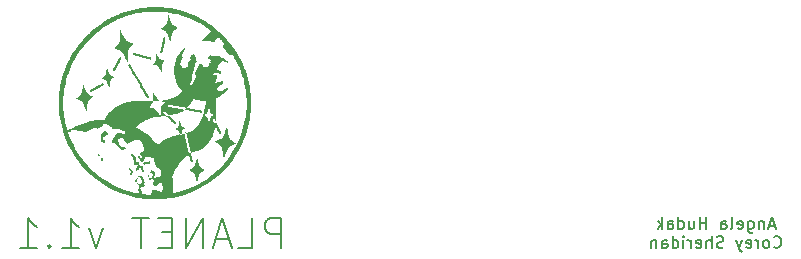
<source format=gbo>
%TF.GenerationSoftware,KiCad,Pcbnew,(6.0.11)*%
%TF.CreationDate,2023-02-26T00:32:28-05:00*%
%TF.ProjectId,IMU-pcb,494d552d-7063-4622-9e6b-696361645f70,rev?*%
%TF.SameCoordinates,Original*%
%TF.FileFunction,Legend,Bot*%
%TF.FilePolarity,Positive*%
%FSLAX46Y46*%
G04 Gerber Fmt 4.6, Leading zero omitted, Abs format (unit mm)*
G04 Created by KiCad (PCBNEW (6.0.11)) date 2023-02-26 00:32:28*
%MOMM*%
%LPD*%
G01*
G04 APERTURE LIST*
%ADD10C,0.150000*%
G04 APERTURE END LIST*
D10*
X176252380Y-107061666D02*
X175776190Y-107061666D01*
X176347619Y-107347380D02*
X176014285Y-106347380D01*
X175680952Y-107347380D01*
X175347619Y-106680714D02*
X175347619Y-107347380D01*
X175347619Y-106775952D02*
X175300000Y-106728333D01*
X175204761Y-106680714D01*
X175061904Y-106680714D01*
X174966666Y-106728333D01*
X174919047Y-106823571D01*
X174919047Y-107347380D01*
X174014285Y-106680714D02*
X174014285Y-107490238D01*
X174061904Y-107585476D01*
X174109523Y-107633095D01*
X174204761Y-107680714D01*
X174347619Y-107680714D01*
X174442857Y-107633095D01*
X174014285Y-107299761D02*
X174109523Y-107347380D01*
X174300000Y-107347380D01*
X174395238Y-107299761D01*
X174442857Y-107252142D01*
X174490476Y-107156904D01*
X174490476Y-106871190D01*
X174442857Y-106775952D01*
X174395238Y-106728333D01*
X174300000Y-106680714D01*
X174109523Y-106680714D01*
X174014285Y-106728333D01*
X173157142Y-107299761D02*
X173252380Y-107347380D01*
X173442857Y-107347380D01*
X173538095Y-107299761D01*
X173585714Y-107204523D01*
X173585714Y-106823571D01*
X173538095Y-106728333D01*
X173442857Y-106680714D01*
X173252380Y-106680714D01*
X173157142Y-106728333D01*
X173109523Y-106823571D01*
X173109523Y-106918809D01*
X173585714Y-107014047D01*
X172538095Y-107347380D02*
X172633333Y-107299761D01*
X172680952Y-107204523D01*
X172680952Y-106347380D01*
X171728571Y-107347380D02*
X171728571Y-106823571D01*
X171776190Y-106728333D01*
X171871428Y-106680714D01*
X172061904Y-106680714D01*
X172157142Y-106728333D01*
X171728571Y-107299761D02*
X171823809Y-107347380D01*
X172061904Y-107347380D01*
X172157142Y-107299761D01*
X172204761Y-107204523D01*
X172204761Y-107109285D01*
X172157142Y-107014047D01*
X172061904Y-106966428D01*
X171823809Y-106966428D01*
X171728571Y-106918809D01*
X170490476Y-107347380D02*
X170490476Y-106347380D01*
X170490476Y-106823571D02*
X169919047Y-106823571D01*
X169919047Y-107347380D02*
X169919047Y-106347380D01*
X169014285Y-106680714D02*
X169014285Y-107347380D01*
X169442857Y-106680714D02*
X169442857Y-107204523D01*
X169395238Y-107299761D01*
X169300000Y-107347380D01*
X169157142Y-107347380D01*
X169061904Y-107299761D01*
X169014285Y-107252142D01*
X168109523Y-107347380D02*
X168109523Y-106347380D01*
X168109523Y-107299761D02*
X168204761Y-107347380D01*
X168395238Y-107347380D01*
X168490476Y-107299761D01*
X168538095Y-107252142D01*
X168585714Y-107156904D01*
X168585714Y-106871190D01*
X168538095Y-106775952D01*
X168490476Y-106728333D01*
X168395238Y-106680714D01*
X168204761Y-106680714D01*
X168109523Y-106728333D01*
X167204761Y-107347380D02*
X167204761Y-106823571D01*
X167252380Y-106728333D01*
X167347619Y-106680714D01*
X167538095Y-106680714D01*
X167633333Y-106728333D01*
X167204761Y-107299761D02*
X167300000Y-107347380D01*
X167538095Y-107347380D01*
X167633333Y-107299761D01*
X167680952Y-107204523D01*
X167680952Y-107109285D01*
X167633333Y-107014047D01*
X167538095Y-106966428D01*
X167300000Y-106966428D01*
X167204761Y-106918809D01*
X166728571Y-107347380D02*
X166728571Y-106347380D01*
X166633333Y-106966428D02*
X166347619Y-107347380D01*
X166347619Y-106680714D02*
X166728571Y-107061666D01*
X176204761Y-108862142D02*
X176252380Y-108909761D01*
X176395238Y-108957380D01*
X176490476Y-108957380D01*
X176633333Y-108909761D01*
X176728571Y-108814523D01*
X176776190Y-108719285D01*
X176823809Y-108528809D01*
X176823809Y-108385952D01*
X176776190Y-108195476D01*
X176728571Y-108100238D01*
X176633333Y-108005000D01*
X176490476Y-107957380D01*
X176395238Y-107957380D01*
X176252380Y-108005000D01*
X176204761Y-108052619D01*
X175633333Y-108957380D02*
X175728571Y-108909761D01*
X175776190Y-108862142D01*
X175823809Y-108766904D01*
X175823809Y-108481190D01*
X175776190Y-108385952D01*
X175728571Y-108338333D01*
X175633333Y-108290714D01*
X175490476Y-108290714D01*
X175395238Y-108338333D01*
X175347619Y-108385952D01*
X175300000Y-108481190D01*
X175300000Y-108766904D01*
X175347619Y-108862142D01*
X175395238Y-108909761D01*
X175490476Y-108957380D01*
X175633333Y-108957380D01*
X174871428Y-108957380D02*
X174871428Y-108290714D01*
X174871428Y-108481190D02*
X174823809Y-108385952D01*
X174776190Y-108338333D01*
X174680952Y-108290714D01*
X174585714Y-108290714D01*
X173871428Y-108909761D02*
X173966666Y-108957380D01*
X174157142Y-108957380D01*
X174252380Y-108909761D01*
X174300000Y-108814523D01*
X174300000Y-108433571D01*
X174252380Y-108338333D01*
X174157142Y-108290714D01*
X173966666Y-108290714D01*
X173871428Y-108338333D01*
X173823809Y-108433571D01*
X173823809Y-108528809D01*
X174300000Y-108624047D01*
X173490476Y-108290714D02*
X173252380Y-108957380D01*
X173014285Y-108290714D02*
X173252380Y-108957380D01*
X173347619Y-109195476D01*
X173395238Y-109243095D01*
X173490476Y-109290714D01*
X171919047Y-108909761D02*
X171776190Y-108957380D01*
X171538095Y-108957380D01*
X171442857Y-108909761D01*
X171395238Y-108862142D01*
X171347619Y-108766904D01*
X171347619Y-108671666D01*
X171395238Y-108576428D01*
X171442857Y-108528809D01*
X171538095Y-108481190D01*
X171728571Y-108433571D01*
X171823809Y-108385952D01*
X171871428Y-108338333D01*
X171919047Y-108243095D01*
X171919047Y-108147857D01*
X171871428Y-108052619D01*
X171823809Y-108005000D01*
X171728571Y-107957380D01*
X171490476Y-107957380D01*
X171347619Y-108005000D01*
X170919047Y-108957380D02*
X170919047Y-107957380D01*
X170490476Y-108957380D02*
X170490476Y-108433571D01*
X170538095Y-108338333D01*
X170633333Y-108290714D01*
X170776190Y-108290714D01*
X170871428Y-108338333D01*
X170919047Y-108385952D01*
X169633333Y-108909761D02*
X169728571Y-108957380D01*
X169919047Y-108957380D01*
X170014285Y-108909761D01*
X170061904Y-108814523D01*
X170061904Y-108433571D01*
X170014285Y-108338333D01*
X169919047Y-108290714D01*
X169728571Y-108290714D01*
X169633333Y-108338333D01*
X169585714Y-108433571D01*
X169585714Y-108528809D01*
X170061904Y-108624047D01*
X169157142Y-108957380D02*
X169157142Y-108290714D01*
X169157142Y-108481190D02*
X169109523Y-108385952D01*
X169061904Y-108338333D01*
X168966666Y-108290714D01*
X168871428Y-108290714D01*
X168538095Y-108957380D02*
X168538095Y-108290714D01*
X168538095Y-107957380D02*
X168585714Y-108005000D01*
X168538095Y-108052619D01*
X168490476Y-108005000D01*
X168538095Y-107957380D01*
X168538095Y-108052619D01*
X167633333Y-108957380D02*
X167633333Y-107957380D01*
X167633333Y-108909761D02*
X167728571Y-108957380D01*
X167919047Y-108957380D01*
X168014285Y-108909761D01*
X168061904Y-108862142D01*
X168109523Y-108766904D01*
X168109523Y-108481190D01*
X168061904Y-108385952D01*
X168014285Y-108338333D01*
X167919047Y-108290714D01*
X167728571Y-108290714D01*
X167633333Y-108338333D01*
X166728571Y-108957380D02*
X166728571Y-108433571D01*
X166776190Y-108338333D01*
X166871428Y-108290714D01*
X167061904Y-108290714D01*
X167157142Y-108338333D01*
X166728571Y-108909761D02*
X166823809Y-108957380D01*
X167061904Y-108957380D01*
X167157142Y-108909761D01*
X167204761Y-108814523D01*
X167204761Y-108719285D01*
X167157142Y-108624047D01*
X167061904Y-108576428D01*
X166823809Y-108576428D01*
X166728571Y-108528809D01*
X166252380Y-108290714D02*
X166252380Y-108957380D01*
X166252380Y-108385952D02*
X166204761Y-108338333D01*
X166109523Y-108290714D01*
X165966666Y-108290714D01*
X165871428Y-108338333D01*
X165823809Y-108433571D01*
X165823809Y-108957380D01*
X134511904Y-108930952D02*
X134511904Y-106430952D01*
X133559523Y-106430952D01*
X133321428Y-106550000D01*
X133202380Y-106669047D01*
X133083333Y-106907142D01*
X133083333Y-107264285D01*
X133202380Y-107502380D01*
X133321428Y-107621428D01*
X133559523Y-107740476D01*
X134511904Y-107740476D01*
X130821428Y-108930952D02*
X132011904Y-108930952D01*
X132011904Y-106430952D01*
X130107142Y-108216666D02*
X128916666Y-108216666D01*
X130345238Y-108930952D02*
X129511904Y-106430952D01*
X128678571Y-108930952D01*
X127845238Y-108930952D02*
X127845238Y-106430952D01*
X126416666Y-108930952D01*
X126416666Y-106430952D01*
X125226190Y-107621428D02*
X124392857Y-107621428D01*
X124035714Y-108930952D02*
X125226190Y-108930952D01*
X125226190Y-106430952D01*
X124035714Y-106430952D01*
X123321428Y-106430952D02*
X121892857Y-106430952D01*
X122607142Y-108930952D02*
X122607142Y-106430952D01*
X119392857Y-107264285D02*
X118797619Y-108930952D01*
X118202380Y-107264285D01*
X115940476Y-108930952D02*
X117369047Y-108930952D01*
X116654761Y-108930952D02*
X116654761Y-106430952D01*
X116892857Y-106788095D01*
X117130952Y-107026190D01*
X117369047Y-107145238D01*
X114869047Y-108692857D02*
X114750000Y-108811904D01*
X114869047Y-108930952D01*
X114988095Y-108811904D01*
X114869047Y-108692857D01*
X114869047Y-108930952D01*
X112369047Y-108930952D02*
X113797619Y-108930952D01*
X113083333Y-108930952D02*
X113083333Y-106430952D01*
X113321428Y-106788095D01*
X113559523Y-107026190D01*
X113797619Y-107145238D01*
%TO.C,*%
G36*
X131928877Y-97140561D02*
G01*
X131912362Y-97393134D01*
X131880319Y-97706517D01*
X131831413Y-98045374D01*
X131768038Y-98381823D01*
X131690387Y-98715303D01*
X131598656Y-99045254D01*
X131493042Y-99371117D01*
X131373740Y-99692332D01*
X131240945Y-100008340D01*
X131094853Y-100318579D01*
X130935660Y-100622492D01*
X130763562Y-100919517D01*
X130578753Y-101209096D01*
X130510457Y-101309923D01*
X130385401Y-101487609D01*
X130260120Y-101656136D01*
X130132437Y-101818153D01*
X130000170Y-101976308D01*
X129861141Y-102133248D01*
X129713170Y-102291622D01*
X129554078Y-102454078D01*
X129465569Y-102541614D01*
X129305649Y-102694422D01*
X129148379Y-102837287D01*
X128991111Y-102972389D01*
X128831197Y-103101907D01*
X128665988Y-103228021D01*
X128492837Y-103352909D01*
X128309096Y-103478752D01*
X128182720Y-103561558D01*
X127891488Y-103739753D01*
X127592967Y-103905376D01*
X127287779Y-104058216D01*
X126976549Y-104198060D01*
X126659901Y-104324698D01*
X126338459Y-104437917D01*
X126012846Y-104537506D01*
X125683688Y-104623253D01*
X125351607Y-104694947D01*
X125017229Y-104752376D01*
X124681176Y-104795328D01*
X124344073Y-104823592D01*
X124312165Y-104825566D01*
X124267166Y-104828356D01*
X124226592Y-104830879D01*
X124193926Y-104832918D01*
X124172653Y-104834257D01*
X124155705Y-104835071D01*
X124117653Y-104836041D01*
X124067757Y-104836624D01*
X124007895Y-104836847D01*
X123939947Y-104836735D01*
X123865792Y-104836316D01*
X123787309Y-104835613D01*
X123706378Y-104834654D01*
X123624878Y-104833464D01*
X123544688Y-104832068D01*
X123467687Y-104830493D01*
X123395756Y-104828765D01*
X123330772Y-104826909D01*
X123274616Y-104824951D01*
X123229167Y-104822918D01*
X123196303Y-104820834D01*
X123193367Y-104820596D01*
X122891737Y-104791520D01*
X122600295Y-104753936D01*
X122316696Y-104707372D01*
X122038592Y-104651356D01*
X121763638Y-104585416D01*
X121489487Y-104509079D01*
X121213791Y-104421873D01*
X121129533Y-104393289D01*
X120972322Y-104337568D01*
X120823095Y-104281150D01*
X120677864Y-104222394D01*
X120532641Y-104159660D01*
X120383436Y-104091307D01*
X120226262Y-104015695D01*
X120204448Y-104004959D01*
X120062032Y-103933470D01*
X119929842Y-103864379D01*
X119804444Y-103795716D01*
X119682403Y-103725513D01*
X119560286Y-103651803D01*
X119434658Y-103572615D01*
X119302084Y-103485982D01*
X119295428Y-103481563D01*
X119061486Y-103320507D01*
X118837592Y-103154739D01*
X118621316Y-102982250D01*
X118410227Y-102801032D01*
X118201897Y-102609074D01*
X117993895Y-102404369D01*
X117774261Y-102172659D01*
X117545398Y-101910658D01*
X117328399Y-101639767D01*
X117123470Y-101360269D01*
X116930818Y-101072448D01*
X116750648Y-100776584D01*
X116583167Y-100472961D01*
X116474528Y-100257871D01*
X116330108Y-99944182D01*
X116199310Y-99624946D01*
X116082305Y-99300721D01*
X116041655Y-99171065D01*
X116444930Y-99171065D01*
X116445206Y-99174918D01*
X116449099Y-99190365D01*
X116456346Y-99214692D01*
X116466057Y-99244796D01*
X116471337Y-99260164D01*
X116482707Y-99289423D01*
X116491737Y-99306875D01*
X116497792Y-99311193D01*
X116501469Y-99309712D01*
X116500208Y-99315257D01*
X116499874Y-99316030D01*
X116500411Y-99327559D01*
X116504875Y-99347393D01*
X116511996Y-99371740D01*
X116520501Y-99396812D01*
X116529115Y-99418817D01*
X116536567Y-99433966D01*
X116541584Y-99438467D01*
X116543934Y-99440143D01*
X116542585Y-99451331D01*
X116542355Y-99452229D01*
X116541535Y-99462648D01*
X116548158Y-99461369D01*
X116553683Y-99458886D01*
X116552424Y-99464246D01*
X116551161Y-99470416D01*
X116553300Y-99486374D01*
X116558958Y-99506072D01*
X116566478Y-99524928D01*
X116574204Y-99538365D01*
X116580479Y-99541803D01*
X116583511Y-99540699D01*
X116582134Y-99546396D01*
X116581662Y-99551106D01*
X116585420Y-99567986D01*
X116594074Y-99593312D01*
X116606632Y-99623941D01*
X116619133Y-99652450D01*
X116637569Y-99694673D01*
X116657195Y-99739775D01*
X116675432Y-99781837D01*
X116780741Y-100013592D01*
X116912781Y-100277594D01*
X117056646Y-100539891D01*
X117210888Y-100797854D01*
X117374057Y-101048855D01*
X117525720Y-101264534D01*
X117728119Y-101529808D01*
X117941563Y-101785893D01*
X118165558Y-102032422D01*
X118399612Y-102269029D01*
X118643232Y-102495347D01*
X118895924Y-102711009D01*
X119157194Y-102915651D01*
X119426550Y-103108904D01*
X119703499Y-103290402D01*
X119987546Y-103459780D01*
X120278200Y-103616670D01*
X120574966Y-103760706D01*
X120877351Y-103891522D01*
X121184863Y-104008751D01*
X121497007Y-104112027D01*
X121536496Y-104124124D01*
X121586395Y-104139442D01*
X121633852Y-104154043D01*
X121674931Y-104166714D01*
X121705693Y-104176245D01*
X121723836Y-104181696D01*
X121761602Y-104192374D01*
X121807402Y-104204750D01*
X121858746Y-104218201D01*
X121913141Y-104232109D01*
X121968096Y-104245853D01*
X122021118Y-104258811D01*
X122069717Y-104270364D01*
X122111401Y-104279892D01*
X122143677Y-104286772D01*
X122164055Y-104290387D01*
X122180758Y-104292886D01*
X122213973Y-104298891D01*
X122246039Y-104305697D01*
X122281014Y-104313818D01*
X122322724Y-104323039D01*
X122353403Y-104328652D01*
X122375124Y-104330590D01*
X122389963Y-104328786D01*
X122399994Y-104323173D01*
X122407293Y-104313683D01*
X122413933Y-104300249D01*
X122426507Y-104257088D01*
X122426050Y-104210873D01*
X122412020Y-104166570D01*
X122384885Y-104126966D01*
X122382614Y-104124468D01*
X122365480Y-104103752D01*
X122351793Y-104084478D01*
X122348681Y-104079328D01*
X122345107Y-104070786D01*
X122345832Y-104061837D01*
X122352060Y-104049634D01*
X122364999Y-104031332D01*
X122385853Y-104004085D01*
X122389078Y-103999906D01*
X122420939Y-103958249D01*
X122444471Y-103925605D01*
X122460420Y-103899431D01*
X122469529Y-103877186D01*
X122472543Y-103856329D01*
X122470205Y-103834319D01*
X122463260Y-103808613D01*
X122452453Y-103776672D01*
X122449115Y-103766809D01*
X122437377Y-103728245D01*
X122427218Y-103689422D01*
X122420532Y-103657424D01*
X122411945Y-103605252D01*
X122345033Y-103542079D01*
X122341323Y-103538560D01*
X122300066Y-103496271D01*
X122270290Y-103458452D01*
X122250413Y-103422797D01*
X122238857Y-103386998D01*
X122238348Y-103384781D01*
X122230535Y-103366294D01*
X122215761Y-103352659D01*
X122191379Y-103342182D01*
X122154739Y-103333168D01*
X122132339Y-103327774D01*
X122114854Y-103321747D01*
X122108157Y-103316847D01*
X122110497Y-103306734D01*
X122119378Y-103285265D01*
X122133132Y-103257424D01*
X122136737Y-103250797D01*
X122265516Y-103250797D01*
X122267265Y-103268643D01*
X122270759Y-103290398D01*
X122271504Y-103294601D01*
X122282996Y-103339083D01*
X122300571Y-103386005D01*
X122322189Y-103431066D01*
X122345812Y-103469966D01*
X122369400Y-103498405D01*
X122402293Y-103522520D01*
X122448055Y-103541601D01*
X122491268Y-103552820D01*
X122524958Y-103556785D01*
X122547276Y-103553146D01*
X122557500Y-103541901D01*
X122562833Y-103532546D01*
X122579356Y-103526995D01*
X122587409Y-103525822D01*
X122600850Y-103516417D01*
X122615041Y-103495320D01*
X122622590Y-103483389D01*
X122642600Y-103457801D01*
X122664553Y-103435082D01*
X122687032Y-103409313D01*
X122707294Y-103375235D01*
X122721442Y-103339462D01*
X122726761Y-103307556D01*
X122724596Y-103298099D01*
X122714718Y-103278593D01*
X122699551Y-103257527D01*
X122689296Y-103244169D01*
X122669849Y-103213979D01*
X122654309Y-103184155D01*
X122630142Y-103129551D01*
X122606268Y-103077365D01*
X122586002Y-103036624D01*
X122568150Y-103006099D01*
X122551518Y-102984562D01*
X122534914Y-102970786D01*
X122517143Y-102963542D01*
X122497011Y-102961602D01*
X122473324Y-102963740D01*
X122444890Y-102968725D01*
X122420942Y-102974369D01*
X122395438Y-102984674D01*
X122374312Y-103000384D01*
X122355414Y-103023723D01*
X122336590Y-103056911D01*
X122315691Y-103102171D01*
X122305623Y-103125319D01*
X122288932Y-103164285D01*
X122277222Y-103193605D01*
X122269848Y-103215989D01*
X122266162Y-103234150D01*
X122265516Y-103250797D01*
X122136737Y-103250797D01*
X122149885Y-103226624D01*
X122167763Y-103196280D01*
X122184893Y-103169806D01*
X122199399Y-103150616D01*
X122211673Y-103135168D01*
X122230092Y-103106018D01*
X122241348Y-103079812D01*
X122242745Y-103075101D01*
X122259055Y-103037288D01*
X122285510Y-102997394D01*
X122323209Y-102953964D01*
X122373251Y-102905547D01*
X122395559Y-102885569D01*
X122421263Y-102863920D01*
X122440244Y-102850345D01*
X122454727Y-102843318D01*
X122466934Y-102841314D01*
X122470736Y-102841635D01*
X122489595Y-102845597D01*
X122518103Y-102853268D01*
X122553053Y-102863622D01*
X122591238Y-102875634D01*
X122629452Y-102888279D01*
X122664490Y-102900531D01*
X122693144Y-102911364D01*
X122712209Y-102919754D01*
X122713887Y-102920758D01*
X122723833Y-102930652D01*
X122737174Y-102949656D01*
X122754588Y-102978892D01*
X122776751Y-103019484D01*
X122804340Y-103072553D01*
X122877472Y-103215526D01*
X122861741Y-103236804D01*
X122852210Y-103251937D01*
X122847508Y-103269470D01*
X122851384Y-103288397D01*
X122862233Y-103307556D01*
X122864571Y-103311684D01*
X122887802Y-103342301D01*
X122929595Y-103394027D01*
X122902708Y-103453686D01*
X122898448Y-103463414D01*
X122886901Y-103492942D01*
X122878847Y-103518378D01*
X122875822Y-103535076D01*
X122881378Y-103557465D01*
X122898605Y-103578345D01*
X122924077Y-103590964D01*
X122928505Y-103592200D01*
X122937904Y-103597719D01*
X122942001Y-103609159D01*
X122942899Y-103630991D01*
X122942629Y-103641673D01*
X122938369Y-103664748D01*
X122927791Y-103679965D01*
X122921638Y-103686708D01*
X122907443Y-103705179D01*
X122889477Y-103730651D01*
X122870195Y-103759726D01*
X122860973Y-103774024D01*
X122844569Y-103798600D01*
X122832769Y-103813678D01*
X122823250Y-103821426D01*
X122813690Y-103824011D01*
X122801766Y-103823603D01*
X122797383Y-103823162D01*
X122782058Y-103819021D01*
X122770831Y-103808530D01*
X122759126Y-103787852D01*
X122754042Y-103777143D01*
X122744211Y-103753389D01*
X122738552Y-103735308D01*
X122730522Y-103719671D01*
X122708108Y-103703633D01*
X122676035Y-103692859D01*
X122644608Y-103693930D01*
X122617244Y-103708945D01*
X122608872Y-103716735D01*
X122601847Y-103726707D01*
X122597671Y-103740425D01*
X122595315Y-103761607D01*
X122593753Y-103793973D01*
X122592833Y-103815150D01*
X122590981Y-103839721D01*
X122588051Y-103854218D01*
X122583290Y-103861643D01*
X122575945Y-103865001D01*
X122572227Y-103866383D01*
X122565534Y-103873684D01*
X122563906Y-103887127D01*
X122567696Y-103907864D01*
X122577259Y-103937049D01*
X122592949Y-103975834D01*
X122615121Y-104025371D01*
X122644129Y-104086813D01*
X122648640Y-104096214D01*
X122671946Y-104145209D01*
X122689435Y-104183063D01*
X122701830Y-104211657D01*
X122709853Y-104232871D01*
X122714227Y-104248586D01*
X122715675Y-104260682D01*
X122714918Y-104271039D01*
X122714519Y-104275174D01*
X122715947Y-104296566D01*
X122720939Y-104323855D01*
X122728205Y-104351861D01*
X122736455Y-104375406D01*
X122744396Y-104389310D01*
X122745160Y-104389970D01*
X122747803Y-104391218D01*
X122753344Y-104392532D01*
X122763488Y-104394117D01*
X122779938Y-104396181D01*
X122804400Y-104398930D01*
X122838578Y-104402570D01*
X122884176Y-104407308D01*
X122942899Y-104413350D01*
X122946369Y-104413707D01*
X122996513Y-104418964D01*
X123045037Y-104424224D01*
X123088638Y-104429115D01*
X123124013Y-104433267D01*
X123147858Y-104436311D01*
X123174180Y-104439355D01*
X123211932Y-104442758D01*
X123254630Y-104445914D01*
X123297135Y-104448406D01*
X123394240Y-104453229D01*
X123478093Y-104355614D01*
X123500444Y-104329736D01*
X123526044Y-104300468D01*
X123547191Y-104276714D01*
X123562147Y-104260420D01*
X123569177Y-104253531D01*
X123571234Y-104251790D01*
X123576131Y-104237461D01*
X123575184Y-104215282D01*
X123568959Y-104189742D01*
X123558026Y-104165330D01*
X123553262Y-104156471D01*
X123542726Y-104130756D01*
X123537530Y-104108427D01*
X123537203Y-104095265D01*
X123542353Y-104081847D01*
X123557776Y-104071495D01*
X123578975Y-104063637D01*
X123615493Y-104059567D01*
X123651556Y-104064911D01*
X123681332Y-104079301D01*
X123687880Y-104084207D01*
X123702968Y-104093231D01*
X123716411Y-104094319D01*
X123735535Y-104088748D01*
X123744054Y-104085955D01*
X123777071Y-104078171D01*
X123814580Y-104074290D01*
X123859062Y-104074280D01*
X123912999Y-104078112D01*
X123978873Y-104085755D01*
X124000190Y-104088413D01*
X124047721Y-104093456D01*
X124093187Y-104097202D01*
X124132365Y-104099331D01*
X124161033Y-104099524D01*
X124220217Y-104097154D01*
X124236424Y-104143904D01*
X124248981Y-104175870D01*
X124263989Y-104201636D01*
X124280481Y-104215800D01*
X124299932Y-104220129D01*
X124301927Y-104220023D01*
X124320815Y-104212106D01*
X124343457Y-104193312D01*
X124367698Y-104166029D01*
X124391384Y-104132645D01*
X124412358Y-104095547D01*
X124422322Y-104073906D01*
X124429614Y-104052928D01*
X124434743Y-104029279D01*
X124438584Y-103998884D01*
X124442016Y-103957666D01*
X124444130Y-103922312D01*
X124445122Y-103820182D01*
X124438789Y-103721098D01*
X124425390Y-103630167D01*
X124421995Y-103612383D01*
X124416425Y-103579982D01*
X124412583Y-103553190D01*
X124411150Y-103536493D01*
X124411008Y-103531276D01*
X124406287Y-103500564D01*
X124396371Y-103467471D01*
X124383287Y-103437750D01*
X124369065Y-103417155D01*
X124364304Y-103412591D01*
X124351450Y-103403859D01*
X124335603Y-103400781D01*
X124310919Y-103401815D01*
X124294883Y-103403987D01*
X124249067Y-103417567D01*
X124202378Y-103440683D01*
X124159840Y-103471035D01*
X124147590Y-103482747D01*
X124125881Y-103506396D01*
X124101296Y-103535528D01*
X124077156Y-103566314D01*
X124069057Y-103576795D01*
X124042179Y-103608613D01*
X124012521Y-103640272D01*
X123982511Y-103669484D01*
X123954577Y-103693961D01*
X123931146Y-103711412D01*
X123914645Y-103719549D01*
X123906388Y-103718758D01*
X123886118Y-103713468D01*
X123857807Y-103704465D01*
X123824632Y-103692901D01*
X123789771Y-103679931D01*
X123756399Y-103666708D01*
X123727696Y-103654384D01*
X123706837Y-103644114D01*
X123681867Y-103624881D01*
X123663861Y-103600629D01*
X123659315Y-103590590D01*
X123656221Y-103580263D01*
X123654753Y-103567473D01*
X123654940Y-103549754D01*
X123656812Y-103524637D01*
X123660397Y-103489655D01*
X123665725Y-103442340D01*
X123669349Y-103409331D01*
X123673885Y-103363846D01*
X123677499Y-103322584D01*
X123679888Y-103289068D01*
X123680751Y-103266823D01*
X123680397Y-103247086D01*
X123677767Y-103228693D01*
X123670890Y-103215939D01*
X123657820Y-103203450D01*
X123652984Y-103199479D01*
X123638110Y-103188545D01*
X123629443Y-103184155D01*
X123625234Y-103181296D01*
X123614305Y-103169115D01*
X123600356Y-103150616D01*
X123594248Y-103142150D01*
X123580294Y-103126117D01*
X123567212Y-103118811D01*
X123550290Y-103117077D01*
X123532073Y-103119902D01*
X123503737Y-103129098D01*
X123472328Y-103143031D01*
X123433328Y-103160958D01*
X123387284Y-103176002D01*
X123349909Y-103179747D01*
X123320631Y-103172227D01*
X123298878Y-103153479D01*
X123294190Y-103144440D01*
X123286667Y-103121235D01*
X123277810Y-103085057D01*
X123267476Y-103035297D01*
X123255518Y-102971347D01*
X123251468Y-102948781D01*
X123243350Y-102903202D01*
X123236378Y-102863583D01*
X123230929Y-102832100D01*
X123227382Y-102810931D01*
X123226115Y-102802252D01*
X123226117Y-102802187D01*
X123232768Y-102798236D01*
X123248474Y-102796596D01*
X123259313Y-102797162D01*
X123268762Y-102802517D01*
X123270944Y-102817092D01*
X123271650Y-102829239D01*
X123277357Y-102863603D01*
X123287668Y-102904176D01*
X123301231Y-102946017D01*
X123316691Y-102984183D01*
X123339562Y-103033889D01*
X123366686Y-103029930D01*
X123394973Y-103025046D01*
X123443041Y-103013358D01*
X123486321Y-102998726D01*
X123521445Y-102982369D01*
X123545047Y-102965500D01*
X123545832Y-102964698D01*
X123561514Y-102939858D01*
X123572149Y-102905513D01*
X123576231Y-102866446D01*
X123579089Y-102849378D01*
X123593178Y-102831998D01*
X123594157Y-102831338D01*
X123602527Y-102823786D01*
X123607269Y-102812933D01*
X123609350Y-102794917D01*
X123609738Y-102765875D01*
X123608188Y-102727335D01*
X123602204Y-102694073D01*
X123589868Y-102665292D01*
X123569252Y-102636610D01*
X123538431Y-102603647D01*
X123518889Y-102584599D01*
X123492237Y-102561878D01*
X123470088Y-102549429D01*
X123449425Y-102546414D01*
X123427231Y-102551997D01*
X123400489Y-102565340D01*
X123379947Y-102576049D01*
X123361122Y-102583985D01*
X123350749Y-102585979D01*
X123351703Y-102580716D01*
X123361166Y-102566772D01*
X123377753Y-102546444D01*
X123399750Y-102521968D01*
X123403593Y-102517849D01*
X123433316Y-102484964D01*
X123454227Y-102459042D01*
X123468208Y-102437190D01*
X123477140Y-102416518D01*
X123482904Y-102394131D01*
X123486763Y-102375538D01*
X123492047Y-102355018D01*
X123496880Y-102344758D01*
X123502301Y-102341960D01*
X123503068Y-102342107D01*
X123513072Y-102348286D01*
X123530171Y-102361742D01*
X123551147Y-102379971D01*
X123578783Y-102403739D01*
X123633632Y-102443746D01*
X123687018Y-102473510D01*
X123737072Y-102492073D01*
X123781923Y-102498474D01*
X123799097Y-102500951D01*
X123810691Y-102511068D01*
X123811149Y-102512861D01*
X123812874Y-102527767D01*
X123814764Y-102554460D01*
X123816684Y-102590531D01*
X123818502Y-102633576D01*
X123820085Y-102681185D01*
X123824645Y-102838709D01*
X123776921Y-102851992D01*
X123753832Y-102858736D01*
X123730796Y-102867459D01*
X123717740Y-102876962D01*
X123711934Y-102889529D01*
X123710652Y-102907441D01*
X123710969Y-102913974D01*
X123713743Y-102935311D01*
X123718524Y-102961045D01*
X123724267Y-102986390D01*
X123729930Y-103006559D01*
X123734470Y-103016767D01*
X123734547Y-103016817D01*
X123743013Y-103015904D01*
X123762898Y-103011951D01*
X123791336Y-103005566D01*
X123825462Y-102997363D01*
X123859210Y-102989632D01*
X123897044Y-102982291D01*
X123929676Y-102977306D01*
X123952519Y-102975469D01*
X123970960Y-102974766D01*
X124007247Y-102969234D01*
X124047526Y-102957481D01*
X124094476Y-102938649D01*
X124150777Y-102911876D01*
X124166499Y-102903921D01*
X124212631Y-102878951D01*
X124247315Y-102855890D01*
X124272438Y-102831998D01*
X124289885Y-102804535D01*
X124301543Y-102770764D01*
X124309297Y-102727945D01*
X124315034Y-102673338D01*
X124316949Y-102648095D01*
X124319417Y-102594008D01*
X124319993Y-102539454D01*
X124318778Y-102487494D01*
X124315871Y-102441190D01*
X124311374Y-102403603D01*
X124305385Y-102377796D01*
X124301862Y-102370853D01*
X124287460Y-102351439D01*
X124265065Y-102326096D01*
X124237049Y-102297098D01*
X124205786Y-102266720D01*
X124173650Y-102237237D01*
X124143013Y-102210921D01*
X124116248Y-102190048D01*
X124095730Y-102176891D01*
X124074933Y-102168976D01*
X124044844Y-102161356D01*
X124013081Y-102156169D01*
X124012763Y-102156133D01*
X123982975Y-102151355D01*
X123956791Y-102144701D01*
X123939844Y-102137602D01*
X123932356Y-102130795D01*
X123918066Y-102111302D01*
X123904155Y-102086503D01*
X123893615Y-102061993D01*
X123889437Y-102043362D01*
X123888165Y-102037824D01*
X123882084Y-102020324D01*
X123872124Y-101994776D01*
X123859558Y-101964535D01*
X123831592Y-101895467D01*
X123798570Y-101804275D01*
X123768489Y-101710620D01*
X123742491Y-101618339D01*
X123721718Y-101531264D01*
X123707310Y-101453233D01*
X123704494Y-101435878D01*
X123698380Y-101404805D01*
X123692156Y-101380140D01*
X123686806Y-101366074D01*
X123685997Y-101364956D01*
X123672291Y-101354707D01*
X123644544Y-101340333D01*
X123602674Y-101321796D01*
X123546596Y-101299055D01*
X123537870Y-101295626D01*
X123484373Y-101274773D01*
X123442365Y-101258929D01*
X123409815Y-101247563D01*
X123384696Y-101240145D01*
X123364977Y-101236146D01*
X123348630Y-101235036D01*
X123333625Y-101236285D01*
X123317933Y-101239364D01*
X123303529Y-101241823D01*
X123270847Y-101244057D01*
X123239093Y-101242861D01*
X123215849Y-101241132D01*
X123194730Y-101242899D01*
X123179674Y-101249710D01*
X123167387Y-101255965D01*
X123136949Y-101260518D01*
X123095851Y-101256048D01*
X123043515Y-101242524D01*
X123033327Y-101239366D01*
X123007788Y-101231519D01*
X122989674Y-101226054D01*
X122982386Y-101224003D01*
X122980842Y-101226413D01*
X122974090Y-101239500D01*
X122963348Y-101261403D01*
X122950057Y-101289216D01*
X122937870Y-101315379D01*
X122895475Y-101412978D01*
X122859092Y-101507543D01*
X122830395Y-101594791D01*
X122820967Y-101625834D01*
X122811898Y-101652439D01*
X122804502Y-101668769D01*
X122797698Y-101677122D01*
X122790405Y-101679797D01*
X122767085Y-101680081D01*
X122737873Y-101673067D01*
X122709518Y-101655098D01*
X122701670Y-101649266D01*
X122677303Y-101634582D01*
X122655280Y-101625329D01*
X122634461Y-101617567D01*
X122613900Y-101604266D01*
X122594105Y-101584156D01*
X122573611Y-101555438D01*
X122550952Y-101516311D01*
X122524660Y-101464977D01*
X122501866Y-101419393D01*
X122481678Y-101381271D01*
X122465041Y-101353459D01*
X122450648Y-101334234D01*
X122437194Y-101321871D01*
X122423370Y-101314645D01*
X122407872Y-101310831D01*
X122392343Y-101306735D01*
X122363143Y-101287980D01*
X122340140Y-101256180D01*
X122336423Y-101246962D01*
X122338795Y-101236956D01*
X122352252Y-101225779D01*
X122352275Y-101225763D01*
X122369577Y-101215728D01*
X122395208Y-101203015D01*
X122423629Y-101190373D01*
X122447799Y-101180680D01*
X122465547Y-101175165D01*
X122475696Y-101175056D01*
X122481355Y-101179782D01*
X122483452Y-101183328D01*
X122492260Y-101198921D01*
X122506512Y-101224522D01*
X122525101Y-101258133D01*
X122546920Y-101297754D01*
X122570862Y-101341388D01*
X122584578Y-101366181D01*
X122607619Y-101406686D01*
X122628164Y-101441390D01*
X122645083Y-101468455D01*
X122657249Y-101486041D01*
X122663531Y-101492312D01*
X122668194Y-101489481D01*
X122676675Y-101475484D01*
X122684797Y-101453183D01*
X122694768Y-101418327D01*
X122712388Y-101355144D01*
X122725494Y-101305551D01*
X122734181Y-101269159D01*
X122738546Y-101245581D01*
X122738683Y-101234429D01*
X122737366Y-101232451D01*
X122725509Y-101223013D01*
X122704626Y-101210358D01*
X122678191Y-101196656D01*
X122671209Y-101193200D01*
X122643668Y-101177758D01*
X122621206Y-101162461D01*
X122608134Y-101150170D01*
X122599358Y-101136611D01*
X122582503Y-101106451D01*
X122565481Y-101072074D01*
X122551004Y-101039084D01*
X122541784Y-101013087D01*
X122539640Y-101004733D01*
X122537985Y-100988565D01*
X122542679Y-100973597D01*
X122555166Y-100953380D01*
X122566228Y-100934308D01*
X122580504Y-100903845D01*
X122592257Y-100872756D01*
X122607496Y-100834283D01*
X122626469Y-100806444D01*
X122649456Y-100791829D01*
X122677827Y-100789599D01*
X122712954Y-100798915D01*
X122729931Y-100804965D01*
X122751797Y-100811529D01*
X122765513Y-100814081D01*
X122765899Y-100814063D01*
X122776712Y-100807464D01*
X122792467Y-100791006D01*
X122810944Y-100767679D01*
X122829917Y-100740473D01*
X122847164Y-100712379D01*
X122860461Y-100686386D01*
X122871066Y-100658317D01*
X122878169Y-100625173D01*
X122879551Y-100588590D01*
X122875299Y-100545090D01*
X122865506Y-100491195D01*
X122862668Y-100477667D01*
X122854973Y-100443389D01*
X122848239Y-100419506D01*
X122841195Y-100402770D01*
X122832568Y-100389931D01*
X122821086Y-100377741D01*
X122815623Y-100372383D01*
X122807311Y-100363311D01*
X122800693Y-100353379D01*
X122795027Y-100340290D01*
X122789573Y-100321744D01*
X122783587Y-100295444D01*
X122776327Y-100259091D01*
X122767052Y-100210387D01*
X122757254Y-100165937D01*
X122731926Y-100088818D01*
X122696523Y-100019237D01*
X122649449Y-99954328D01*
X122589104Y-99891225D01*
X122563957Y-99869121D01*
X122534442Y-99848436D01*
X122508828Y-99837727D01*
X122489471Y-99832458D01*
X122437095Y-99815862D01*
X122380194Y-99795036D01*
X122378501Y-99794401D01*
X122349673Y-99787760D01*
X122311907Y-99784182D01*
X122270464Y-99783738D01*
X122230606Y-99786501D01*
X122197594Y-99792543D01*
X122194286Y-99793559D01*
X122175246Y-99800479D01*
X122145188Y-99812270D01*
X122106143Y-99828101D01*
X122060139Y-99847144D01*
X122009205Y-99868570D01*
X121955370Y-99891548D01*
X121939149Y-99898495D01*
X121885708Y-99921013D01*
X121835571Y-99941600D01*
X121790805Y-99959441D01*
X121753479Y-99973723D01*
X121725661Y-99983631D01*
X121709419Y-99988352D01*
X121701380Y-99990079D01*
X121677383Y-99997447D01*
X121649203Y-100009411D01*
X121614837Y-100026966D01*
X121572285Y-100051108D01*
X121519545Y-100082834D01*
X121502244Y-100093036D01*
X121475439Y-100107239D01*
X121454115Y-100116569D01*
X121441771Y-100119385D01*
X121434278Y-100115668D01*
X121419756Y-100100851D01*
X121404128Y-100077909D01*
X121392871Y-100060906D01*
X121374306Y-100038706D01*
X121357326Y-100024143D01*
X121349402Y-100018227D01*
X121330769Y-99997848D01*
X121314679Y-99972426D01*
X121314057Y-99971205D01*
X121295363Y-99941478D01*
X121275744Y-99924877D01*
X121253237Y-99919718D01*
X121250313Y-99919342D01*
X121241592Y-99912672D01*
X121232452Y-99895933D01*
X121221540Y-99866872D01*
X121209556Y-99835706D01*
X121184704Y-99784883D01*
X121154397Y-99734846D01*
X121120250Y-99687440D01*
X121083877Y-99644512D01*
X121046892Y-99607910D01*
X121010911Y-99579479D01*
X120977549Y-99561066D01*
X120948418Y-99554519D01*
X120944369Y-99554843D01*
X120922431Y-99562678D01*
X120894537Y-99579306D01*
X120863483Y-99602502D01*
X120832064Y-99630037D01*
X120803078Y-99659684D01*
X120779319Y-99689217D01*
X120747976Y-99733772D01*
X120709634Y-99729883D01*
X120700248Y-99729028D01*
X120679652Y-99729309D01*
X120668225Y-99736027D01*
X120663313Y-99751989D01*
X120662265Y-99780001D01*
X120663825Y-99793766D01*
X120670370Y-99822486D01*
X120681253Y-99860837D01*
X120695633Y-99906473D01*
X120712675Y-99957047D01*
X120731540Y-100010211D01*
X120751390Y-100063619D01*
X120771387Y-100114923D01*
X120790694Y-100161777D01*
X120808473Y-100201834D01*
X120823885Y-100232746D01*
X120844014Y-100266965D01*
X120877140Y-100315110D01*
X120912568Y-100358656D01*
X120947715Y-100394511D01*
X120979996Y-100419584D01*
X120980417Y-100419845D01*
X121017748Y-100435190D01*
X121064824Y-100442423D01*
X121118950Y-100441581D01*
X121177427Y-100432706D01*
X121237559Y-100415834D01*
X121287413Y-100398523D01*
X121341381Y-100479805D01*
X121315514Y-100511372D01*
X121306334Y-100522004D01*
X121264435Y-100561547D01*
X121215340Y-100597095D01*
X121165058Y-100624143D01*
X121144186Y-100633291D01*
X121113633Y-100646821D01*
X121088753Y-100657991D01*
X121079442Y-100661988D01*
X121058210Y-100669497D01*
X121043626Y-100672476D01*
X121043126Y-100672451D01*
X121031182Y-100666660D01*
X121013347Y-100652676D01*
X120993286Y-100633348D01*
X120985935Y-100625859D01*
X120962760Y-100603718D01*
X120932562Y-100576160D01*
X120898431Y-100545977D01*
X120863456Y-100515962D01*
X120854338Y-100508233D01*
X120814112Y-100473472D01*
X120771941Y-100436154D01*
X120732314Y-100400284D01*
X120699720Y-100369866D01*
X120698070Y-100368293D01*
X120668457Y-100341163D01*
X120639767Y-100316708D01*
X120615200Y-100297555D01*
X120597958Y-100286330D01*
X120591557Y-100282429D01*
X120571821Y-100267147D01*
X120545924Y-100244319D01*
X120516495Y-100216314D01*
X120486162Y-100185504D01*
X120470479Y-100169194D01*
X120442398Y-100140816D01*
X120417832Y-100117017D01*
X120398990Y-100099912D01*
X120388082Y-100091616D01*
X120386933Y-100091060D01*
X120366041Y-100086475D01*
X120339637Y-100087263D01*
X120330910Y-100088242D01*
X120317520Y-100088003D01*
X120302889Y-100084515D01*
X120284116Y-100076700D01*
X120258299Y-100063482D01*
X120222535Y-100043782D01*
X120192382Y-100026845D01*
X120164415Y-100009762D01*
X120146353Y-99994826D01*
X120136517Y-99979073D01*
X120133227Y-99959534D01*
X120134804Y-99933245D01*
X120139570Y-99897240D01*
X120140574Y-99890336D01*
X120147633Y-99857161D01*
X120159154Y-99828385D01*
X120178038Y-99796404D01*
X120190046Y-99777111D01*
X120211525Y-99737863D01*
X120228825Y-99699943D01*
X120240404Y-99666919D01*
X120244718Y-99642354D01*
X120249750Y-99624208D01*
X120266879Y-99611153D01*
X120295464Y-99606690D01*
X120303927Y-99606406D01*
X120334474Y-99600479D01*
X120358584Y-99588300D01*
X120372129Y-99571751D01*
X120375320Y-99557761D01*
X120378014Y-99532813D01*
X120379049Y-99504215D01*
X120381363Y-99468588D01*
X120389847Y-99435155D01*
X120406105Y-99403025D01*
X120431733Y-99369087D01*
X120468325Y-99330232D01*
X120493588Y-99306478D01*
X120547217Y-99265686D01*
X120604481Y-99235879D01*
X120669719Y-99214565D01*
X120700448Y-99208704D01*
X120761581Y-99205145D01*
X120830539Y-99209581D01*
X120904560Y-99221636D01*
X120980885Y-99240937D01*
X121056750Y-99267108D01*
X121074595Y-99274084D01*
X121109664Y-99287023D01*
X121135656Y-99294816D01*
X121155790Y-99298099D01*
X121173289Y-99297508D01*
X121191372Y-99293678D01*
X121225306Y-99279140D01*
X121257913Y-99250624D01*
X121284493Y-99208828D01*
X121295514Y-99182072D01*
X121298174Y-99157922D01*
X121289438Y-99136670D01*
X121268576Y-99113970D01*
X121226527Y-99080220D01*
X121170908Y-99044244D01*
X121108456Y-99010603D01*
X121042701Y-98980881D01*
X120977175Y-98956660D01*
X120915407Y-98939527D01*
X120860927Y-98931063D01*
X120831950Y-98927862D01*
X120800965Y-98922333D01*
X120777788Y-98915952D01*
X120760438Y-98910701D01*
X120725943Y-98903213D01*
X120681302Y-98895596D01*
X120629246Y-98888176D01*
X120572505Y-98881276D01*
X120513809Y-98875223D01*
X120455888Y-98870341D01*
X120401473Y-98866957D01*
X120353294Y-98865394D01*
X120234376Y-98863930D01*
X120196243Y-98802815D01*
X120158111Y-98741700D01*
X120100130Y-98706779D01*
X122166625Y-98706779D01*
X122269683Y-98760614D01*
X122290726Y-98771673D01*
X122512494Y-98896194D01*
X122732598Y-99034082D01*
X122949263Y-99183933D01*
X123160711Y-99344343D01*
X123365166Y-99513910D01*
X123560850Y-99691229D01*
X123745989Y-99874896D01*
X123918804Y-100063509D01*
X124026429Y-100187048D01*
X124077996Y-100140956D01*
X124109972Y-100112885D01*
X124195904Y-100042668D01*
X124285303Y-99977531D01*
X124381895Y-99914856D01*
X124489407Y-99852026D01*
X124567653Y-99810078D01*
X124696090Y-99747350D01*
X124837342Y-99684901D01*
X124990163Y-99623188D01*
X125153307Y-99562666D01*
X125325525Y-99503792D01*
X125505570Y-99447023D01*
X125692197Y-99392814D01*
X125884158Y-99341623D01*
X125908311Y-99335062D01*
X125919121Y-99331097D01*
X125946479Y-99331097D01*
X125946514Y-99331451D01*
X125949617Y-99341644D01*
X125957017Y-99362554D01*
X125967685Y-99391342D01*
X125980592Y-99425170D01*
X125982258Y-99429475D01*
X125995177Y-99462496D01*
X126006094Y-99489780D01*
X126013901Y-99508599D01*
X126017494Y-99516222D01*
X126018137Y-99516610D01*
X126020818Y-99513156D01*
X126024057Y-99500766D01*
X126028127Y-99477968D01*
X126033298Y-99443295D01*
X126039843Y-99395277D01*
X126039873Y-99395049D01*
X126044166Y-99360536D01*
X126047204Y-99331806D01*
X126048708Y-99311850D01*
X126048399Y-99303661D01*
X126047028Y-99303136D01*
X126035102Y-99304071D01*
X126015228Y-99308115D01*
X125991917Y-99314054D01*
X125969681Y-99320673D01*
X125953032Y-99326759D01*
X125946479Y-99331097D01*
X125919121Y-99331097D01*
X125925217Y-99328861D01*
X125931901Y-99323086D01*
X125930751Y-99316448D01*
X125929878Y-99314750D01*
X125923659Y-99300536D01*
X125913652Y-99276093D01*
X125901038Y-99244342D01*
X125886998Y-99208207D01*
X125874079Y-99175768D01*
X125847831Y-99117860D01*
X125822130Y-99072763D01*
X125796151Y-99039130D01*
X125769068Y-99015613D01*
X125761745Y-99011102D01*
X125739358Y-98998928D01*
X125708105Y-98983090D01*
X125671077Y-98965136D01*
X125631362Y-98946613D01*
X125605763Y-98934734D01*
X125572447Y-98918653D01*
X125546122Y-98905183D01*
X125529001Y-98895469D01*
X125523293Y-98890656D01*
X125527831Y-98886041D01*
X125542527Y-98873492D01*
X125565474Y-98854788D01*
X125594722Y-98831515D01*
X125628320Y-98805258D01*
X125638117Y-98797639D01*
X125679396Y-98764611D01*
X125710756Y-98737265D01*
X125734207Y-98713370D01*
X125751760Y-98690697D01*
X125765423Y-98667017D01*
X125777207Y-98640101D01*
X125781717Y-98625410D01*
X125788189Y-98596239D01*
X125795806Y-98554267D01*
X125804635Y-98499087D01*
X125814740Y-98430292D01*
X125826184Y-98347477D01*
X125839033Y-98250235D01*
X125840339Y-98240323D01*
X125845479Y-98204124D01*
X125850316Y-98174023D01*
X125854359Y-98152920D01*
X125857114Y-98143716D01*
X125857573Y-98143733D01*
X125862540Y-98151920D01*
X125871875Y-98171987D01*
X125884871Y-98202255D01*
X125900820Y-98241048D01*
X125919017Y-98286688D01*
X125938753Y-98337495D01*
X125940158Y-98341155D01*
X125961028Y-98394925D01*
X125981299Y-98446140D01*
X126000040Y-98492521D01*
X126016319Y-98531788D01*
X126029207Y-98561663D01*
X126037772Y-98579868D01*
X126042944Y-98589585D01*
X126055692Y-98611623D01*
X126069108Y-98630630D01*
X126084820Y-98647725D01*
X126104454Y-98664026D01*
X126129637Y-98680650D01*
X126161996Y-98698715D01*
X126203158Y-98719340D01*
X126254749Y-98743643D01*
X126318396Y-98772742D01*
X126366106Y-98794395D01*
X126303490Y-98843030D01*
X126277805Y-98863006D01*
X126234848Y-98896681D01*
X126201445Y-98923512D01*
X126176073Y-98944964D01*
X126157204Y-98962501D01*
X126143314Y-98977588D01*
X126132876Y-98991690D01*
X126124365Y-99006272D01*
X126116256Y-99022799D01*
X126112710Y-99031115D01*
X126103725Y-99057866D01*
X126094737Y-99091425D01*
X126086200Y-99129132D01*
X126078570Y-99168331D01*
X126072301Y-99206362D01*
X126067847Y-99240569D01*
X126065664Y-99268293D01*
X126066205Y-99286877D01*
X126069926Y-99293662D01*
X126071129Y-99293572D01*
X126084422Y-99291225D01*
X126108540Y-99286171D01*
X126140500Y-99279053D01*
X126177317Y-99270514D01*
X126186991Y-99268252D01*
X126222050Y-99260475D01*
X126250960Y-99254706D01*
X126270949Y-99251469D01*
X126279241Y-99251287D01*
X126280399Y-99255193D01*
X126284696Y-99272519D01*
X126291919Y-99302861D01*
X126294024Y-99311850D01*
X126301865Y-99345324D01*
X126314326Y-99399013D01*
X126329098Y-99463033D01*
X126345975Y-99536488D01*
X126364751Y-99618484D01*
X126385221Y-99708124D01*
X126407179Y-99804515D01*
X126430420Y-99906759D01*
X126454738Y-100013964D01*
X126479928Y-100125233D01*
X126497821Y-100204322D01*
X126522369Y-100312731D01*
X126545872Y-100416415D01*
X126568126Y-100514479D01*
X126588927Y-100606032D01*
X126608073Y-100690181D01*
X126625359Y-100766036D01*
X126640583Y-100832703D01*
X126653541Y-100889290D01*
X126664031Y-100934906D01*
X126671847Y-100968658D01*
X126676788Y-100989654D01*
X126678649Y-100997002D01*
X126681196Y-100996412D01*
X126694032Y-100990291D01*
X126714922Y-100979145D01*
X126740857Y-100964708D01*
X126768826Y-100948709D01*
X126795819Y-100932880D01*
X126818827Y-100918951D01*
X126834839Y-100908655D01*
X126840845Y-100903722D01*
X126840786Y-100903190D01*
X126838570Y-100892088D01*
X126833339Y-100867840D01*
X126825345Y-100831555D01*
X126814840Y-100784339D01*
X126802076Y-100727300D01*
X126787305Y-100661545D01*
X126770778Y-100588183D01*
X126752748Y-100508319D01*
X126733466Y-100423062D01*
X126713184Y-100333520D01*
X126692155Y-100240799D01*
X126670629Y-100146006D01*
X126648860Y-100050250D01*
X126627098Y-99954638D01*
X126605596Y-99860277D01*
X126584605Y-99768275D01*
X126564378Y-99679739D01*
X126545166Y-99595776D01*
X126527221Y-99517494D01*
X126510796Y-99446001D01*
X126496141Y-99382403D01*
X126483510Y-99327808D01*
X126473152Y-99283324D01*
X126465322Y-99250058D01*
X126460270Y-99229117D01*
X126458249Y-99221609D01*
X126450804Y-99221085D01*
X126431465Y-99222897D01*
X126403419Y-99226826D01*
X126369756Y-99232490D01*
X126338740Y-99237607D01*
X126309623Y-99241360D01*
X126288775Y-99242841D01*
X126279369Y-99241725D01*
X126278011Y-99231846D01*
X126284192Y-99214982D01*
X126295886Y-99195833D01*
X126310840Y-99178898D01*
X126316589Y-99174418D01*
X126343078Y-99163498D01*
X126375207Y-99160195D01*
X126408145Y-99164086D01*
X126437064Y-99174746D01*
X126457132Y-99191751D01*
X126462185Y-99198385D01*
X126468632Y-99202612D01*
X126479033Y-99203158D01*
X126496908Y-99200115D01*
X126525776Y-99193577D01*
X126617388Y-99168373D01*
X126723849Y-99130568D01*
X126830609Y-99084400D01*
X126933204Y-99031817D01*
X127027172Y-98974765D01*
X127109663Y-98915909D01*
X127227027Y-98817192D01*
X127337922Y-98705281D01*
X127442252Y-98580363D01*
X127539927Y-98442621D01*
X127630851Y-98292240D01*
X127714934Y-98129406D01*
X127792080Y-97954304D01*
X127862198Y-97767117D01*
X127883527Y-97699712D01*
X127959004Y-97699712D01*
X127961544Y-97702328D01*
X127974679Y-97711758D01*
X127997107Y-97726499D01*
X128026688Y-97745157D01*
X128061282Y-97766337D01*
X128080083Y-97777873D01*
X128116418Y-97801164D01*
X128148693Y-97823101D01*
X128173962Y-97841649D01*
X128189275Y-97854770D01*
X128190655Y-97856221D01*
X128204577Y-97872910D01*
X128217472Y-97892968D01*
X128229926Y-97917999D01*
X128242526Y-97949604D01*
X128255859Y-97989384D01*
X128270513Y-98038943D01*
X128287073Y-98099882D01*
X128306126Y-98173803D01*
X128308275Y-98182275D01*
X128321577Y-98234119D01*
X128333770Y-98280638D01*
X128344356Y-98320003D01*
X128352836Y-98350387D01*
X128358713Y-98369961D01*
X128361487Y-98376899D01*
X128361903Y-98376374D01*
X128365591Y-98365836D01*
X128372300Y-98343126D01*
X128381538Y-98310034D01*
X128392811Y-98268352D01*
X128405624Y-98219873D01*
X128419485Y-98166388D01*
X128421553Y-98158356D01*
X128436196Y-98102773D01*
X128450535Y-98050414D01*
X128463915Y-98003527D01*
X128475681Y-97964364D01*
X128485178Y-97935171D01*
X128491752Y-97918200D01*
X128505822Y-97892904D01*
X128523602Y-97869331D01*
X128546835Y-97846248D01*
X128577512Y-97821909D01*
X128617621Y-97794565D01*
X128669155Y-97762470D01*
X128772084Y-97700167D01*
X128670182Y-97638851D01*
X128651629Y-97627577D01*
X128615490Y-97604995D01*
X128583415Y-97584172D01*
X128558335Y-97567032D01*
X128543184Y-97555501D01*
X128541029Y-97553571D01*
X128526341Y-97537970D01*
X128512599Y-97518225D01*
X128499230Y-97492843D01*
X128485663Y-97460333D01*
X128471325Y-97419202D01*
X128455643Y-97367959D01*
X128438045Y-97305111D01*
X128417957Y-97229166D01*
X128413175Y-97210829D01*
X128399466Y-97159442D01*
X128386945Y-97114201D01*
X128376102Y-97076768D01*
X128367429Y-97048805D01*
X128361415Y-97031973D01*
X128358552Y-97027934D01*
X128358380Y-97028415D01*
X128355037Y-97039969D01*
X128348583Y-97063763D01*
X128339535Y-97097839D01*
X128328411Y-97140236D01*
X128315728Y-97188996D01*
X128302003Y-97242160D01*
X128284344Y-97309721D01*
X128268383Y-97367811D01*
X128254346Y-97414780D01*
X128241584Y-97452382D01*
X128229448Y-97482376D01*
X128217286Y-97506519D01*
X128204451Y-97526567D01*
X128190291Y-97544277D01*
X128183847Y-97550495D01*
X128163864Y-97566253D01*
X128135327Y-97586405D01*
X128101033Y-97609010D01*
X128063776Y-97632126D01*
X128039183Y-97647038D01*
X128007357Y-97666771D01*
X127981963Y-97683045D01*
X127965134Y-97694484D01*
X127959004Y-97699712D01*
X127883527Y-97699712D01*
X127925194Y-97568032D01*
X127980976Y-97357233D01*
X128029450Y-97134904D01*
X128070522Y-96901232D01*
X128074026Y-96878473D01*
X128083236Y-96815722D01*
X128091827Y-96753145D01*
X128099508Y-96693167D01*
X128105988Y-96638210D01*
X128110976Y-96590700D01*
X128114183Y-96553059D01*
X128115316Y-96527712D01*
X128115317Y-96485852D01*
X127919674Y-96481564D01*
X127906962Y-96481273D01*
X127807610Y-96477961D01*
X127719102Y-96472765D01*
X127637864Y-96465214D01*
X127560320Y-96454841D01*
X127482897Y-96441176D01*
X127402020Y-96423750D01*
X127314114Y-96402093D01*
X127304658Y-96399624D01*
X127257026Y-96386564D01*
X127208181Y-96372299D01*
X127163356Y-96358395D01*
X127127788Y-96346415D01*
X127122634Y-96344570D01*
X127088986Y-96333134D01*
X127066645Y-96327045D01*
X127053484Y-96325845D01*
X127047375Y-96329074D01*
X127044433Y-96333800D01*
X126977831Y-96440115D01*
X126917570Y-96534816D01*
X126875616Y-96599384D01*
X126862724Y-96619225D01*
X126812360Y-96694662D01*
X126765552Y-96762448D01*
X126721368Y-96823905D01*
X126678881Y-96880354D01*
X126637160Y-96933116D01*
X126595276Y-96983511D01*
X126552300Y-97032861D01*
X126504817Y-97086233D01*
X126525633Y-97090744D01*
X126528839Y-97091375D01*
X126545856Y-97094529D01*
X126551251Y-97095511D01*
X126575872Y-97099993D01*
X126617751Y-97107563D01*
X126670356Y-97117035D01*
X126732551Y-97128205D01*
X126803201Y-97140869D01*
X126881170Y-97154824D01*
X126965321Y-97169866D01*
X127054518Y-97185790D01*
X127147626Y-97202393D01*
X127184031Y-97208889D01*
X127305127Y-97230634D01*
X127411783Y-97250019D01*
X127504208Y-97267086D01*
X127582613Y-97281873D01*
X127647208Y-97294423D01*
X127698204Y-97304775D01*
X127735811Y-97312971D01*
X127760239Y-97319051D01*
X127771699Y-97323056D01*
X127781378Y-97329587D01*
X127803705Y-97354728D01*
X127814639Y-97384883D01*
X127814537Y-97417021D01*
X127803752Y-97448106D01*
X127782641Y-97475106D01*
X127751559Y-97494987D01*
X127748587Y-97496091D01*
X127742864Y-97497390D01*
X127735059Y-97498032D01*
X127724274Y-97497875D01*
X127709610Y-97496780D01*
X127690166Y-97494602D01*
X127665045Y-97491203D01*
X127633346Y-97486439D01*
X127594170Y-97480169D01*
X127546619Y-97472252D01*
X127489792Y-97462546D01*
X127422791Y-97450909D01*
X127344716Y-97437201D01*
X127254667Y-97421280D01*
X127151747Y-97403003D01*
X127035055Y-97382230D01*
X127009097Y-97377608D01*
X126910275Y-97360043D01*
X126815727Y-97343291D01*
X126726495Y-97327531D01*
X126643617Y-97312946D01*
X126568133Y-97299717D01*
X126501083Y-97288025D01*
X126443508Y-97278052D01*
X126396446Y-97269980D01*
X126360937Y-97263989D01*
X126338022Y-97260261D01*
X126328740Y-97258979D01*
X126327802Y-97259039D01*
X126314083Y-97264370D01*
X126293498Y-97276628D01*
X126270126Y-97293415D01*
X126215494Y-97334179D01*
X126137552Y-97386129D01*
X126055377Y-97433598D01*
X125967635Y-97477095D01*
X125872994Y-97517130D01*
X125770119Y-97554212D01*
X125657678Y-97588851D01*
X125534336Y-97621555D01*
X125398761Y-97652835D01*
X125249619Y-97683199D01*
X125238080Y-97685415D01*
X125189511Y-97694674D01*
X125144283Y-97703191D01*
X125105217Y-97710443D01*
X125075139Y-97715904D01*
X125056870Y-97719048D01*
X125044300Y-97721302D01*
X125026882Y-97725587D01*
X125020308Y-97728827D01*
X125019604Y-97729174D01*
X125021374Y-97731655D01*
X125032030Y-97743788D01*
X125051513Y-97765084D01*
X125078895Y-97794551D01*
X125113246Y-97831202D01*
X125153640Y-97874047D01*
X125199147Y-97922097D01*
X125248840Y-97974364D01*
X125301790Y-98029858D01*
X125332445Y-98061990D01*
X125384265Y-98116592D01*
X125432570Y-98167846D01*
X125476387Y-98214696D01*
X125514738Y-98256087D01*
X125546649Y-98290965D01*
X125571144Y-98318273D01*
X125587249Y-98336956D01*
X125593986Y-98345960D01*
X125600682Y-98367301D01*
X125600422Y-98400983D01*
X125588518Y-98432018D01*
X125566890Y-98457585D01*
X125537458Y-98474859D01*
X125502143Y-98481015D01*
X125498779Y-98480928D01*
X125475415Y-98477810D01*
X125457469Y-98471699D01*
X125456877Y-98471303D01*
X125447297Y-98462708D01*
X125428680Y-98444524D01*
X125402078Y-98417829D01*
X125368544Y-98383698D01*
X125329131Y-98343208D01*
X125284892Y-98297433D01*
X125236878Y-98247451D01*
X125186143Y-98194337D01*
X125137405Y-98143206D01*
X125084213Y-98087476D01*
X125032775Y-98033657D01*
X124984512Y-97983231D01*
X124940842Y-97937679D01*
X124903186Y-97898483D01*
X124872962Y-97867125D01*
X124851591Y-97845088D01*
X124772623Y-97764149D01*
X124322313Y-97820637D01*
X124317987Y-97926027D01*
X124296732Y-97889866D01*
X124285125Y-97869991D01*
X124274311Y-97853231D01*
X124263553Y-97841861D01*
X124250366Y-97835187D01*
X124232266Y-97832517D01*
X124206766Y-97833158D01*
X124171383Y-97836417D01*
X124123629Y-97841600D01*
X124048448Y-97849857D01*
X123950763Y-97861155D01*
X123864605Y-97871968D01*
X123787997Y-97882636D01*
X123718963Y-97893499D01*
X123655525Y-97904895D01*
X123595706Y-97917163D01*
X123537529Y-97930643D01*
X123479018Y-97945673D01*
X123418195Y-97962593D01*
X123272368Y-98008474D01*
X123089553Y-98078390D01*
X122913790Y-98160333D01*
X122744128Y-98254842D01*
X122579614Y-98362459D01*
X122419299Y-98483723D01*
X122262230Y-98619176D01*
X122166625Y-98706779D01*
X120100130Y-98706779D01*
X120043125Y-98672446D01*
X120017757Y-98657116D01*
X119973179Y-98629976D01*
X119929577Y-98603208D01*
X119890891Y-98579235D01*
X119861062Y-98560481D01*
X119847502Y-98551916D01*
X119788930Y-98517090D01*
X119736955Y-98490810D01*
X119687924Y-98471852D01*
X119638182Y-98458987D01*
X119584075Y-98450989D01*
X119521949Y-98446631D01*
X119500105Y-98445763D01*
X119464585Y-98445040D01*
X119440241Y-98445893D01*
X119424600Y-98448467D01*
X119415187Y-98452907D01*
X119412477Y-98455758D01*
X119404924Y-98470494D01*
X119395918Y-98496962D01*
X119385147Y-98536156D01*
X119372296Y-98589069D01*
X119364248Y-98623348D01*
X119355422Y-98660219D01*
X119348162Y-98689745D01*
X119343057Y-98709532D01*
X119340699Y-98717185D01*
X119339931Y-98717500D01*
X119328618Y-98719859D01*
X119306059Y-98723745D01*
X119275016Y-98728695D01*
X119238255Y-98734250D01*
X119208804Y-98738782D01*
X119156137Y-98748465D01*
X119111455Y-98759701D01*
X119070086Y-98773993D01*
X119027363Y-98792840D01*
X118978617Y-98817746D01*
X118958824Y-98827980D01*
X118928332Y-98842195D01*
X118905909Y-98850477D01*
X118893872Y-98851891D01*
X118890612Y-98849786D01*
X118880835Y-98836328D01*
X118872475Y-98816075D01*
X118863130Y-98784883D01*
X118784485Y-98789005D01*
X118768192Y-98790091D01*
X118725259Y-98794663D01*
X118683565Y-98801152D01*
X118649942Y-98808564D01*
X118644699Y-98810013D01*
X118608115Y-98820137D01*
X118566569Y-98831655D01*
X118528070Y-98842346D01*
X118522832Y-98843817D01*
X118473981Y-98859258D01*
X118428040Y-98877515D01*
X118381455Y-98900314D01*
X118330670Y-98929377D01*
X118272133Y-98966428D01*
X118231852Y-98991958D01*
X118174326Y-99025929D01*
X118117228Y-99057052D01*
X118063455Y-99083833D01*
X118015902Y-99104778D01*
X117977467Y-99118394D01*
X117971235Y-99120194D01*
X117958864Y-99123595D01*
X117947399Y-99125919D01*
X117934884Y-99127018D01*
X117919363Y-99126746D01*
X117898883Y-99124956D01*
X117871487Y-99121501D01*
X117835222Y-99116235D01*
X117788131Y-99109011D01*
X117728261Y-99099681D01*
X117686425Y-99092991D01*
X117645777Y-99085860D01*
X117615577Y-99079506D01*
X117593414Y-99073335D01*
X117576878Y-99066755D01*
X117563562Y-99059174D01*
X117563260Y-99058975D01*
X117547092Y-99049806D01*
X117527986Y-99042306D01*
X117503950Y-99036144D01*
X117472987Y-99030985D01*
X117433105Y-99026495D01*
X117382308Y-99022341D01*
X117318604Y-99018190D01*
X117296255Y-99016713D01*
X117244633Y-99012482D01*
X117193074Y-99007293D01*
X117146521Y-99001669D01*
X117109918Y-98996131D01*
X117107254Y-98995664D01*
X117067098Y-98989486D01*
X117018432Y-98983191D01*
X116967155Y-98977491D01*
X116919165Y-98973099D01*
X116894556Y-98971242D01*
X116845695Y-98968736D01*
X116807000Y-98969808D01*
X116775229Y-98975637D01*
X116747138Y-98987402D01*
X116719485Y-99006285D01*
X116689028Y-99033464D01*
X116652524Y-99070119D01*
X116596626Y-99127639D01*
X116522095Y-99148149D01*
X116499077Y-99154564D01*
X116471864Y-99162400D01*
X116452770Y-99168210D01*
X116444930Y-99171065D01*
X116041655Y-99171065D01*
X115979262Y-98972060D01*
X115890352Y-98639520D01*
X115815744Y-98303656D01*
X115755610Y-97965024D01*
X115710119Y-97624178D01*
X115708526Y-97609857D01*
X115699590Y-97527909D01*
X115691963Y-97454039D01*
X115685542Y-97386159D01*
X115680226Y-97322178D01*
X115675915Y-97260008D01*
X115672507Y-97197559D01*
X115669901Y-97132742D01*
X115667996Y-97063467D01*
X115666690Y-96987644D01*
X115665883Y-96903185D01*
X115665473Y-96808000D01*
X115665358Y-96700000D01*
X115665361Y-96681364D01*
X115665389Y-96662580D01*
X116039328Y-96662580D01*
X116039376Y-96753039D01*
X116039977Y-96841935D01*
X116041131Y-96926600D01*
X116042838Y-97004369D01*
X116045099Y-97072574D01*
X116047912Y-97128550D01*
X116054111Y-97220050D01*
X116079318Y-97505929D01*
X116112966Y-97782590D01*
X116155448Y-98052627D01*
X116207160Y-98318636D01*
X116268494Y-98583215D01*
X116279669Y-98627249D01*
X116296064Y-98689963D01*
X116312669Y-98751516D01*
X116328996Y-98810250D01*
X116344558Y-98864503D01*
X116358868Y-98912615D01*
X116371439Y-98952925D01*
X116381783Y-98983774D01*
X116389414Y-99003501D01*
X116393844Y-99010446D01*
X116402332Y-99006740D01*
X116420704Y-98996567D01*
X116446229Y-98981489D01*
X116476193Y-98963068D01*
X116594408Y-98891248D01*
X116835331Y-98757252D01*
X117085186Y-98634010D01*
X117342433Y-98522170D01*
X117605532Y-98422380D01*
X117872946Y-98335288D01*
X118143134Y-98261542D01*
X118215549Y-98244241D01*
X118390909Y-98206626D01*
X118570513Y-98173753D01*
X118751463Y-98146001D01*
X118930857Y-98123747D01*
X119105796Y-98107370D01*
X119273380Y-98097246D01*
X119430709Y-98093755D01*
X119536975Y-98093720D01*
X119549363Y-98062045D01*
X119549660Y-98061289D01*
X119573124Y-98008280D01*
X119604724Y-97946941D01*
X119642748Y-97880064D01*
X119685483Y-97810440D01*
X119731216Y-97740860D01*
X119778237Y-97674116D01*
X119824831Y-97612999D01*
X119864151Y-97564957D01*
X119995421Y-97419992D01*
X120137697Y-97284843D01*
X120290699Y-97159646D01*
X120454149Y-97044535D01*
X120482737Y-97027264D01*
X123300729Y-97027264D01*
X123300737Y-97027302D01*
X123308119Y-97030209D01*
X123328089Y-97035995D01*
X123358773Y-97044172D01*
X123398297Y-97054252D01*
X123444787Y-97065747D01*
X123496372Y-97078172D01*
X123511329Y-97081739D01*
X123580408Y-97098655D01*
X123637365Y-97113733D01*
X123684286Y-97127906D01*
X123723258Y-97142109D01*
X123756364Y-97157275D01*
X123785692Y-97174336D01*
X123813327Y-97194228D01*
X123841353Y-97217882D01*
X123871858Y-97246233D01*
X123880194Y-97254259D01*
X123900505Y-97274500D01*
X123919531Y-97294843D01*
X123938274Y-97316693D01*
X123957738Y-97341454D01*
X123978925Y-97370530D01*
X124002839Y-97405324D01*
X124030481Y-97447241D01*
X124062856Y-97497685D01*
X124100966Y-97558059D01*
X124145813Y-97629768D01*
X124150808Y-97637776D01*
X124183385Y-97689888D01*
X124209255Y-97730849D01*
X124229423Y-97762001D01*
X124244895Y-97784683D01*
X124256677Y-97800236D01*
X124265774Y-97809999D01*
X124273191Y-97815314D01*
X124279935Y-97817520D01*
X124287011Y-97817958D01*
X124310838Y-97817958D01*
X124300751Y-97659580D01*
X124299825Y-97644329D01*
X124296816Y-97584885D01*
X124294111Y-97516921D01*
X124291870Y-97445360D01*
X124291705Y-97438205D01*
X124508927Y-97438205D01*
X124516379Y-97467903D01*
X124520920Y-97474709D01*
X124535129Y-97492355D01*
X124557031Y-97517754D01*
X124585074Y-97549151D01*
X124617706Y-97584788D01*
X124653375Y-97622909D01*
X124690080Y-97661609D01*
X124721650Y-97694446D01*
X124745831Y-97718775D01*
X124764059Y-97735856D01*
X124777770Y-97746948D01*
X124788400Y-97753310D01*
X124797386Y-97756203D01*
X124806162Y-97756884D01*
X124822760Y-97756043D01*
X124850578Y-97753161D01*
X124883243Y-97748817D01*
X124916821Y-97743625D01*
X124947380Y-97738201D01*
X124970987Y-97733159D01*
X124983708Y-97729116D01*
X124984110Y-97728827D01*
X124984016Y-97723794D01*
X124977705Y-97713225D01*
X124964457Y-97696284D01*
X124943553Y-97672138D01*
X124914272Y-97639951D01*
X124875897Y-97598888D01*
X124827706Y-97548115D01*
X124804855Y-97524241D01*
X124764773Y-97482742D01*
X124727941Y-97445079D01*
X124695757Y-97412654D01*
X124669615Y-97386866D01*
X124650913Y-97369117D01*
X124641045Y-97360808D01*
X124637113Y-97358496D01*
X124607613Y-97349364D01*
X124578049Y-97352051D01*
X124550908Y-97364417D01*
X124528682Y-97384324D01*
X124513858Y-97409633D01*
X124508927Y-97438205D01*
X124291705Y-97438205D01*
X124290253Y-97375128D01*
X124289419Y-97311150D01*
X124289378Y-97304711D01*
X124289095Y-97247070D01*
X124289171Y-97201812D01*
X124289750Y-97166644D01*
X124290981Y-97139269D01*
X124293008Y-97117393D01*
X124295980Y-97098721D01*
X124300042Y-97080958D01*
X124305341Y-97061809D01*
X124306101Y-97059196D01*
X124317341Y-97023918D01*
X124330025Y-96991609D01*
X124345425Y-96960312D01*
X124361362Y-96933809D01*
X124920938Y-96933809D01*
X124928921Y-96955621D01*
X124930455Y-96958683D01*
X124944562Y-96979543D01*
X124960350Y-96994628D01*
X124964905Y-96996451D01*
X124984338Y-97001552D01*
X125018169Y-97009036D01*
X125066204Y-97018866D01*
X125128246Y-97031004D01*
X125204100Y-97045413D01*
X125293572Y-97062056D01*
X125396465Y-97080896D01*
X125512585Y-97101894D01*
X125641736Y-97125014D01*
X125643308Y-97125294D01*
X125740841Y-97142698D01*
X125834320Y-97159419D01*
X125922683Y-97175264D01*
X126004868Y-97190041D01*
X126079813Y-97203558D01*
X126146456Y-97215622D01*
X126203733Y-97226041D01*
X126250583Y-97234623D01*
X126285944Y-97241176D01*
X126308752Y-97245507D01*
X126317947Y-97247423D01*
X126325851Y-97246234D01*
X126343584Y-97236794D01*
X126367114Y-97220300D01*
X126393842Y-97198865D01*
X126421169Y-97174602D01*
X126446497Y-97149623D01*
X126467228Y-97126042D01*
X126491409Y-97095511D01*
X126474211Y-97091596D01*
X126466580Y-97089997D01*
X126443234Y-97085501D01*
X126407674Y-97078904D01*
X126361124Y-97070420D01*
X126304805Y-97060263D01*
X126239939Y-97048648D01*
X126167749Y-97035788D01*
X126089457Y-97021897D01*
X126006285Y-97007190D01*
X125919455Y-96991880D01*
X125830191Y-96976182D01*
X125739713Y-96960309D01*
X125649244Y-96944477D01*
X125560007Y-96928897D01*
X125473223Y-96913786D01*
X125390116Y-96899357D01*
X125311906Y-96885823D01*
X125239817Y-96873400D01*
X125175071Y-96862300D01*
X125118889Y-96852739D01*
X125072495Y-96844929D01*
X125037109Y-96839086D01*
X125013956Y-96835423D01*
X125004256Y-96834155D01*
X124991230Y-96835608D01*
X124963254Y-96848149D01*
X124939796Y-96870917D01*
X124924687Y-96900709D01*
X124921265Y-96914094D01*
X124920938Y-96933809D01*
X124361362Y-96933809D01*
X124364813Y-96928070D01*
X124389461Y-96892927D01*
X124420641Y-96852925D01*
X124459625Y-96806108D01*
X124507685Y-96750518D01*
X124639860Y-96599384D01*
X124467744Y-96556262D01*
X124295628Y-96513141D01*
X124195012Y-96522723D01*
X124163419Y-96525096D01*
X124116934Y-96527455D01*
X124061288Y-96529444D01*
X123999500Y-96530975D01*
X123934588Y-96531958D01*
X123869571Y-96532306D01*
X123848174Y-96532323D01*
X123793443Y-96532526D01*
X123744362Y-96532936D01*
X123702782Y-96533522D01*
X123670555Y-96534253D01*
X123649531Y-96535100D01*
X123641562Y-96536033D01*
X123640408Y-96538230D01*
X123634993Y-96551774D01*
X123626670Y-96574487D01*
X123616710Y-96602953D01*
X123613477Y-96612213D01*
X123602880Y-96639795D01*
X123590934Y-96665644D01*
X123576383Y-96691568D01*
X123557973Y-96719378D01*
X123534448Y-96750883D01*
X123504555Y-96787891D01*
X123467037Y-96832212D01*
X123420640Y-96885656D01*
X123395957Y-96913976D01*
X123365217Y-96949543D01*
X123338988Y-96980232D01*
X123318608Y-97004466D01*
X123305409Y-97020669D01*
X123300729Y-97027264D01*
X120482737Y-97027264D01*
X120627768Y-96939647D01*
X120811278Y-96845116D01*
X121004399Y-96761080D01*
X121206854Y-96687673D01*
X121418363Y-96625032D01*
X121638648Y-96573291D01*
X121867430Y-96532587D01*
X122104431Y-96503055D01*
X122161262Y-96497746D01*
X122311971Y-96486841D01*
X122466336Y-96480340D01*
X122626479Y-96478233D01*
X122794518Y-96480511D01*
X122972573Y-96487165D01*
X123162764Y-96498183D01*
X123255521Y-96504225D01*
X123353074Y-96510100D01*
X123436116Y-96514511D01*
X123504593Y-96517455D01*
X123558451Y-96518930D01*
X123597638Y-96518935D01*
X123622098Y-96517467D01*
X123631780Y-96514525D01*
X123632584Y-96512665D01*
X123635964Y-96498294D01*
X123639938Y-96474375D01*
X123643805Y-96444958D01*
X123644006Y-96443176D01*
X123645581Y-96422935D01*
X123646354Y-96397230D01*
X123646283Y-96364719D01*
X123645327Y-96324058D01*
X123643446Y-96273904D01*
X123640597Y-96212914D01*
X123636741Y-96139744D01*
X123631836Y-96053051D01*
X123628971Y-96003044D01*
X123625314Y-95937336D01*
X123622094Y-95877265D01*
X123619385Y-95824369D01*
X123617266Y-95780190D01*
X123615810Y-95746268D01*
X123615095Y-95724144D01*
X123615195Y-95715359D01*
X123616623Y-95716293D01*
X123624881Y-95727101D01*
X123639732Y-95748627D01*
X123660352Y-95779608D01*
X123685912Y-95818785D01*
X123715587Y-95864897D01*
X123748551Y-95916681D01*
X123783976Y-95972879D01*
X123798097Y-95995357D01*
X123834630Y-96053266D01*
X123869506Y-96108212D01*
X123901690Y-96158582D01*
X123930141Y-96202759D01*
X123953822Y-96239131D01*
X123971695Y-96266081D01*
X123982722Y-96281996D01*
X123989110Y-96290511D01*
X124038963Y-96348575D01*
X124094961Y-96401457D01*
X124152254Y-96444511D01*
X124174196Y-96458693D01*
X124196120Y-96471903D01*
X124215720Y-96481310D01*
X124235437Y-96487158D01*
X124257712Y-96489696D01*
X124284985Y-96489168D01*
X124319697Y-96485821D01*
X124364289Y-96479902D01*
X124421200Y-96471657D01*
X124435296Y-96469583D01*
X124583962Y-96445526D01*
X124720891Y-96419024D01*
X124848894Y-96389433D01*
X124970786Y-96356106D01*
X125089378Y-96318399D01*
X125162784Y-96292456D01*
X125334074Y-96223564D01*
X125493278Y-96146925D01*
X125641108Y-96062111D01*
X125778270Y-95968695D01*
X125905476Y-95866247D01*
X126023432Y-95754340D01*
X126104112Y-95671379D01*
X126052624Y-95613668D01*
X125985287Y-95534602D01*
X125875983Y-95389252D01*
X125776352Y-95234157D01*
X125687541Y-95071168D01*
X125610702Y-94902134D01*
X125559999Y-94767635D01*
X125505766Y-94588101D01*
X125465113Y-94405290D01*
X125437962Y-94220204D01*
X125424235Y-94033849D01*
X125423854Y-93847228D01*
X125436740Y-93661347D01*
X125462817Y-93477209D01*
X125502004Y-93295819D01*
X125554226Y-93118182D01*
X125619402Y-92945300D01*
X125697457Y-92778180D01*
X125788310Y-92617825D01*
X125813050Y-92578390D01*
X125882139Y-92473206D01*
X125948089Y-92380650D01*
X126011869Y-92299534D01*
X126074448Y-92228669D01*
X126136796Y-92166863D01*
X126199883Y-92112929D01*
X126213318Y-92102132D01*
X126236516Y-92082558D01*
X126253878Y-92066677D01*
X126262399Y-92057166D01*
X126270728Y-92045992D01*
X126286905Y-92028675D01*
X126306725Y-92009772D01*
X126326735Y-91992405D01*
X126343483Y-91979695D01*
X126353518Y-91974765D01*
X126356547Y-91975721D01*
X126362145Y-91986555D01*
X126364110Y-92006222D01*
X126362593Y-92030662D01*
X126357742Y-92055810D01*
X126349710Y-92077605D01*
X126348210Y-92080395D01*
X126334872Y-92100806D01*
X126315563Y-92126290D01*
X126293921Y-92151999D01*
X126270427Y-92179312D01*
X126248903Y-92208490D01*
X126234986Y-92235070D01*
X126226657Y-92263107D01*
X126221896Y-92296655D01*
X126219930Y-92314262D01*
X126215798Y-92335061D01*
X126208397Y-92353337D01*
X126195648Y-92373760D01*
X126175473Y-92400997D01*
X126157284Y-92425641D01*
X126133722Y-92459338D01*
X126109789Y-92495109D01*
X126087300Y-92530120D01*
X126068070Y-92561536D01*
X126053913Y-92586521D01*
X126046645Y-92602240D01*
X126045565Y-92607510D01*
X126044916Y-92627623D01*
X126047091Y-92651834D01*
X126049907Y-92666191D01*
X126057101Y-92684371D01*
X126070372Y-92702602D01*
X126092545Y-92725462D01*
X126108055Y-92740656D01*
X126122283Y-92756501D01*
X126129640Y-92770121D01*
X126132392Y-92786253D01*
X126132805Y-92809638D01*
X126129820Y-92847079D01*
X126118761Y-92882471D01*
X126116582Y-92887000D01*
X126107446Y-92908049D01*
X126095022Y-92938552D01*
X126080660Y-92975145D01*
X126065714Y-93014466D01*
X126060402Y-93028509D01*
X126041294Y-93077312D01*
X126019113Y-93132034D01*
X125996199Y-93186957D01*
X125974893Y-93236362D01*
X125961783Y-93266225D01*
X125946632Y-93301584D01*
X125936466Y-93327243D01*
X125930580Y-93345537D01*
X125928266Y-93358796D01*
X125928819Y-93369354D01*
X125931533Y-93379543D01*
X125936064Y-93389475D01*
X125952579Y-93412320D01*
X125975673Y-93435045D01*
X125983498Y-93441903D01*
X126000323Y-93459592D01*
X126016510Y-93481866D01*
X126034145Y-93511799D01*
X126055311Y-93552465D01*
X126090911Y-93619064D01*
X126125941Y-93675018D01*
X126158427Y-93716404D01*
X126188332Y-93743168D01*
X126214899Y-93761221D01*
X126280058Y-93746581D01*
X126302296Y-93741433D01*
X126326069Y-93734867D01*
X126340771Y-93728328D01*
X126349761Y-93720149D01*
X126356397Y-93708661D01*
X126371188Y-93687215D01*
X126395697Y-93667721D01*
X126431320Y-93650070D01*
X126479951Y-93633104D01*
X126489302Y-93630136D01*
X126519826Y-93618923D01*
X126545479Y-93607348D01*
X126561490Y-93597492D01*
X126569937Y-93587875D01*
X126579355Y-93568229D01*
X126586334Y-93539857D01*
X126591119Y-93501233D01*
X126593953Y-93450829D01*
X126595081Y-93387118D01*
X126595946Y-93339266D01*
X126598492Y-93303206D01*
X126603422Y-93277257D01*
X126611442Y-93259020D01*
X126623258Y-93246098D01*
X126639577Y-93236094D01*
X126649535Y-93230396D01*
X126662432Y-93218528D01*
X126673824Y-93200005D01*
X126686481Y-93170980D01*
X126689879Y-93162542D01*
X126703305Y-93131645D01*
X126714572Y-93112561D01*
X126725771Y-93103377D01*
X126738995Y-93102178D01*
X126756336Y-93107048D01*
X126757799Y-93107575D01*
X126775625Y-93112895D01*
X126785807Y-93111567D01*
X126794002Y-93102982D01*
X126798230Y-93095773D01*
X126807072Y-93075339D01*
X126815392Y-93050639D01*
X126817129Y-93044561D01*
X126821676Y-93024849D01*
X126822501Y-93007451D01*
X126819419Y-92986837D01*
X126812241Y-92957476D01*
X126805804Y-92932121D01*
X126795563Y-92884961D01*
X126791037Y-92847485D01*
X126792549Y-92816756D01*
X126800419Y-92789839D01*
X126814969Y-92763797D01*
X126836520Y-92735693D01*
X126845722Y-92723618D01*
X126861043Y-92698595D01*
X126870329Y-92676682D01*
X126872950Y-92667695D01*
X126886624Y-92637883D01*
X126907146Y-92618253D01*
X126937953Y-92605174D01*
X126938415Y-92605035D01*
X126963509Y-92594789D01*
X126993669Y-92578722D01*
X127022468Y-92560249D01*
X127027750Y-92556511D01*
X127050502Y-92541149D01*
X127068182Y-92530362D01*
X127077331Y-92526291D01*
X127082267Y-92530183D01*
X127094248Y-92544805D01*
X127111340Y-92568201D01*
X127132102Y-92598155D01*
X127155093Y-92632454D01*
X127178869Y-92668882D01*
X127201989Y-92705226D01*
X127223012Y-92739270D01*
X127240496Y-92768800D01*
X127252999Y-92791601D01*
X127259078Y-92805459D01*
X127259186Y-92805853D01*
X127263208Y-92827961D01*
X127266317Y-92858355D01*
X127267846Y-92890578D01*
X127267932Y-92906828D01*
X127266099Y-92937064D01*
X127260410Y-92962183D01*
X127249614Y-92988930D01*
X127230431Y-93030473D01*
X127264570Y-93048555D01*
X127277690Y-93055736D01*
X127312494Y-93078582D01*
X127333161Y-93100126D01*
X127340109Y-93121360D01*
X127333756Y-93143273D01*
X127314522Y-93166858D01*
X127302729Y-93180583D01*
X127283173Y-93211943D01*
X127264805Y-93251380D01*
X127262944Y-93255956D01*
X127247731Y-93289261D01*
X127233954Y-93310749D01*
X127220066Y-93322895D01*
X127213637Y-93326938D01*
X127199473Y-93340347D01*
X127189307Y-93359590D01*
X127181864Y-93387689D01*
X127175868Y-93427670D01*
X127171107Y-93462856D01*
X127164597Y-93505186D01*
X127157984Y-93543632D01*
X127157185Y-93548020D01*
X127151952Y-93580578D01*
X127148195Y-93610520D01*
X127146680Y-93631854D01*
X127144362Y-93648911D01*
X127137786Y-93676774D01*
X127127996Y-93710908D01*
X127116037Y-93747376D01*
X127115794Y-93748074D01*
X127104159Y-93783493D01*
X127090161Y-93829291D01*
X127074964Y-93881467D01*
X127059735Y-93936021D01*
X127045639Y-93988954D01*
X127044194Y-93994514D01*
X127030357Y-94045599D01*
X127015796Y-94096030D01*
X127001570Y-94142350D01*
X126988736Y-94181099D01*
X126978354Y-94208819D01*
X126973525Y-94220584D01*
X126960446Y-94256804D01*
X126953696Y-94285662D01*
X126952192Y-94311394D01*
X126948206Y-94351708D01*
X126934031Y-94399957D01*
X126933858Y-94400415D01*
X126922859Y-94433642D01*
X126918373Y-94459281D01*
X126919473Y-94482591D01*
X126919680Y-94484095D01*
X126920613Y-94508109D01*
X126919054Y-94539772D01*
X126915300Y-94572650D01*
X126913939Y-94581912D01*
X126910648Y-94610859D01*
X126910882Y-94627614D01*
X126914621Y-94634011D01*
X126917616Y-94637616D01*
X126921372Y-94652776D01*
X126922829Y-94675364D01*
X126920975Y-94697135D01*
X126912256Y-94730670D01*
X126898340Y-94760368D01*
X126881401Y-94780706D01*
X126877013Y-94786940D01*
X126868175Y-94805262D01*
X126857245Y-94831976D01*
X126845648Y-94863768D01*
X126838882Y-94882783D01*
X126824020Y-94921629D01*
X126808877Y-94958120D01*
X126795858Y-94986332D01*
X126794259Y-94989541D01*
X126776613Y-95032860D01*
X126766587Y-95074086D01*
X126764701Y-95110001D01*
X126771472Y-95137388D01*
X126785233Y-95159284D01*
X126808484Y-95188459D01*
X126835810Y-95217162D01*
X126850493Y-95226910D01*
X126866644Y-95226879D01*
X126884157Y-95215075D01*
X126904157Y-95190712D01*
X126927774Y-95153004D01*
X126939070Y-95133041D01*
X126953241Y-95106584D01*
X126963068Y-95086428D01*
X126966902Y-95075821D01*
X126969065Y-95067926D01*
X126978148Y-95053462D01*
X126981116Y-95048988D01*
X126990407Y-95031908D01*
X127004265Y-95004560D01*
X127021676Y-94968999D01*
X127041625Y-94927280D01*
X127063097Y-94881455D01*
X127089766Y-94824040D01*
X127123267Y-94752184D01*
X127148317Y-94698851D01*
X127251361Y-94698851D01*
X127260538Y-94720445D01*
X127281108Y-94736396D01*
X127282310Y-94737009D01*
X127313571Y-94746850D01*
X127340794Y-94743664D01*
X127362018Y-94727663D01*
X127368912Y-94718280D01*
X127376070Y-94702369D01*
X127375074Y-94685000D01*
X127366285Y-94660441D01*
X127362795Y-94651461D01*
X127355730Y-94617233D01*
X127360936Y-94584622D01*
X127378893Y-94549390D01*
X127381001Y-94546107D01*
X127390767Y-94529670D01*
X127397114Y-94514542D01*
X127400411Y-94497497D01*
X127401028Y-94475309D01*
X127399335Y-94444751D01*
X127395699Y-94402597D01*
X127393195Y-94381369D01*
X127388108Y-94359638D01*
X127381711Y-94352289D01*
X127378841Y-94352677D01*
X127365218Y-94360996D01*
X127352961Y-94375534D01*
X127347611Y-94390141D01*
X127347555Y-94392562D01*
X127341651Y-94422624D01*
X127328129Y-94454885D01*
X127309981Y-94482041D01*
X127308699Y-94483512D01*
X127295636Y-94501598D01*
X127289511Y-94520448D01*
X127287956Y-94547052D01*
X127285320Y-94577104D01*
X127269323Y-94626928D01*
X127266566Y-94632985D01*
X127253422Y-94670177D01*
X127251361Y-94698851D01*
X127148317Y-94698851D01*
X127151486Y-94692104D01*
X127174953Y-94642744D01*
X127194198Y-94603049D01*
X127209755Y-94571966D01*
X127222153Y-94548438D01*
X127231924Y-94531411D01*
X127239599Y-94519831D01*
X127245710Y-94512642D01*
X127250787Y-94508790D01*
X127256629Y-94505295D01*
X127261509Y-94499809D01*
X127264164Y-94490428D01*
X127264907Y-94474406D01*
X127264053Y-94449000D01*
X127261916Y-94411463D01*
X127256597Y-94322939D01*
X127278744Y-94294759D01*
X127293157Y-94275243D01*
X127311587Y-94244763D01*
X127328036Y-94208984D01*
X127344856Y-94163230D01*
X127353731Y-94134481D01*
X127361032Y-94096121D01*
X127360485Y-94061297D01*
X127352385Y-94024618D01*
X127349540Y-94015110D01*
X127346098Y-94005503D01*
X127342515Y-94001030D01*
X127338039Y-94002944D01*
X127331923Y-94012496D01*
X127323416Y-94030938D01*
X127311769Y-94059523D01*
X127296233Y-94099502D01*
X127276058Y-94152127D01*
X127260580Y-94191747D01*
X127245127Y-94229736D01*
X127231693Y-94261179D01*
X127221336Y-94283601D01*
X127215116Y-94294527D01*
X127210554Y-94298727D01*
X127191324Y-94306437D01*
X127170066Y-94305690D01*
X127153787Y-94296287D01*
X127150720Y-94291133D01*
X127147496Y-94269913D01*
X127151211Y-94241069D01*
X127161172Y-94208272D01*
X127176684Y-94175194D01*
X127179042Y-94170812D01*
X127189913Y-94148106D01*
X127204539Y-94115020D01*
X127221754Y-94074294D01*
X127240393Y-94028668D01*
X127259291Y-93980883D01*
X127260782Y-93977050D01*
X127281598Y-93924141D01*
X127303599Y-93869166D01*
X127325161Y-93816121D01*
X127344659Y-93769007D01*
X127360470Y-93731822D01*
X127401773Y-93636796D01*
X127472156Y-93636796D01*
X127477005Y-93573700D01*
X127482597Y-93518339D01*
X127491137Y-93469560D01*
X127503183Y-93428053D01*
X127519640Y-93389920D01*
X127533919Y-93364169D01*
X127547761Y-93348098D01*
X127564043Y-93340553D01*
X127586496Y-93338674D01*
X127589058Y-93338916D01*
X127605878Y-93343567D01*
X127632479Y-93353244D01*
X127666236Y-93366773D01*
X127704524Y-93382981D01*
X127744718Y-93400697D01*
X127784194Y-93418748D01*
X127820325Y-93435961D01*
X127850489Y-93451164D01*
X127872058Y-93463185D01*
X127882409Y-93470850D01*
X127887652Y-93479411D01*
X127890693Y-93494385D01*
X127886620Y-93513307D01*
X127874724Y-93538760D01*
X127854296Y-93573326D01*
X127845538Y-93587633D01*
X127830983Y-93612768D01*
X127820940Y-93631995D01*
X127817195Y-93642005D01*
X127818826Y-93649130D01*
X127829463Y-93658124D01*
X127851060Y-93663557D01*
X127884841Y-93665669D01*
X127932032Y-93664704D01*
X127969119Y-93662328D01*
X128016340Y-93656255D01*
X128049787Y-93647415D01*
X128084873Y-93633815D01*
X128120591Y-93658813D01*
X128133925Y-93668521D01*
X128160869Y-93689779D01*
X128183441Y-93709463D01*
X128210573Y-93735115D01*
X128216979Y-93673192D01*
X128223386Y-93611269D01*
X128247336Y-93606397D01*
X128248522Y-93606141D01*
X128270985Y-93598272D01*
X128299883Y-93584393D01*
X128331192Y-93566886D01*
X128360886Y-93548133D01*
X128384942Y-93530518D01*
X128399335Y-93516421D01*
X128412017Y-93494416D01*
X128417747Y-93469437D01*
X128414649Y-93440249D01*
X128402846Y-93402865D01*
X128402166Y-93401052D01*
X128392800Y-93374269D01*
X128386154Y-93352020D01*
X128383627Y-93338961D01*
X128383697Y-93338236D01*
X128391521Y-93328628D01*
X128410306Y-93315739D01*
X128437211Y-93301015D01*
X128469393Y-93285903D01*
X128504012Y-93271847D01*
X128538224Y-93260295D01*
X128560426Y-93252521D01*
X128575195Y-93243058D01*
X128581759Y-93230761D01*
X128584034Y-93218465D01*
X128581908Y-93206797D01*
X128571617Y-93200705D01*
X128550989Y-93199186D01*
X128517850Y-93201236D01*
X128501768Y-93202585D01*
X128478551Y-93203860D01*
X128465213Y-93202740D01*
X128458444Y-93198694D01*
X128454934Y-93191196D01*
X128454750Y-93180426D01*
X128462616Y-93159555D01*
X128480233Y-93129522D01*
X128498332Y-93099047D01*
X128508291Y-93072864D01*
X128507850Y-93050500D01*
X128496864Y-93028233D01*
X128475183Y-93002339D01*
X128454410Y-92981783D01*
X128404760Y-92945065D01*
X128350088Y-92921187D01*
X128339061Y-92917496D01*
X128312720Y-92904237D01*
X128298469Y-92887131D01*
X128294190Y-92864010D01*
X128294391Y-92857122D01*
X128301107Y-92824879D01*
X128318327Y-92791190D01*
X128347381Y-92753284D01*
X128359034Y-92739399D01*
X128381345Y-92711653D01*
X128406499Y-92679380D01*
X128430958Y-92647078D01*
X128445738Y-92627769D01*
X128467775Y-92601444D01*
X128484783Y-92584474D01*
X128495260Y-92578462D01*
X128504907Y-92584112D01*
X128521880Y-92601071D01*
X128544898Y-92628155D01*
X128572884Y-92664172D01*
X128582285Y-92676624D01*
X128604489Y-92705492D01*
X128622953Y-92728739D01*
X128635969Y-92744243D01*
X128641831Y-92749882D01*
X128646671Y-92748413D01*
X128662984Y-92742142D01*
X128687659Y-92732078D01*
X128717612Y-92719457D01*
X128751265Y-92705735D01*
X128801387Y-92688874D01*
X128845403Y-92679765D01*
X128887053Y-92677752D01*
X128930080Y-92682176D01*
X128958597Y-92687928D01*
X128990459Y-92696401D01*
X129014923Y-92705066D01*
X129046949Y-92719232D01*
X129046949Y-92665709D01*
X129115889Y-92670021D01*
X129116519Y-92670061D01*
X129159845Y-92674741D01*
X129206393Y-92682768D01*
X129247101Y-92692583D01*
X129272565Y-92700339D01*
X129295714Y-92709220D01*
X129313705Y-92720080D01*
X129331476Y-92736046D01*
X129353965Y-92760242D01*
X129383841Y-92791040D01*
X129420473Y-92820769D01*
X129459414Y-92842191D01*
X129505311Y-92858319D01*
X129537996Y-92868847D01*
X129579010Y-92886267D01*
X129619661Y-92909015D01*
X129661806Y-92938413D01*
X129707299Y-92975786D01*
X129757998Y-93022457D01*
X129815757Y-93079750D01*
X129844389Y-93108809D01*
X129868939Y-93133144D01*
X129886714Y-93149475D01*
X129899644Y-93159230D01*
X129909657Y-93163836D01*
X129918681Y-93164722D01*
X129928645Y-93163315D01*
X129937726Y-93161705D01*
X129949949Y-93161798D01*
X129955862Y-93169600D01*
X129959780Y-93188620D01*
X129960216Y-93191578D01*
X129959544Y-93216961D01*
X129952469Y-93240356D01*
X129940879Y-93257464D01*
X129926665Y-93263984D01*
X129924699Y-93263670D01*
X129910745Y-93257833D01*
X129889251Y-93246151D01*
X129863994Y-93230634D01*
X129842233Y-93216821D01*
X129808265Y-93197258D01*
X129777078Y-93183111D01*
X129745137Y-93173417D01*
X129708907Y-93167218D01*
X129664854Y-93163552D01*
X129609442Y-93161458D01*
X129579585Y-93160682D01*
X129533049Y-93159991D01*
X129496455Y-93161304D01*
X129466849Y-93165812D01*
X129441275Y-93174703D01*
X129416779Y-93189169D01*
X129390405Y-93210398D01*
X129359197Y-93239580D01*
X129320201Y-93277906D01*
X129286582Y-93311425D01*
X129251943Y-93347734D01*
X129225086Y-93379449D01*
X129204203Y-93409638D01*
X129187487Y-93441369D01*
X129173130Y-93477710D01*
X129159324Y-93521730D01*
X129144260Y-93576497D01*
X129134209Y-93613759D01*
X129122566Y-93654402D01*
X129112182Y-93685855D01*
X129101752Y-93711181D01*
X129089971Y-93733441D01*
X129075538Y-93755695D01*
X129057146Y-93781005D01*
X129055499Y-93783222D01*
X129039871Y-93805464D01*
X129028816Y-93823347D01*
X129024637Y-93833177D01*
X129024641Y-93833259D01*
X129031489Y-93839246D01*
X129049548Y-93849041D01*
X129076114Y-93861304D01*
X129108484Y-93874696D01*
X129117803Y-93878372D01*
X129191716Y-93908633D01*
X129252255Y-93935675D01*
X129300367Y-93959973D01*
X129336998Y-93981999D01*
X129363094Y-94002229D01*
X129378464Y-94017983D01*
X129392022Y-94035817D01*
X129397242Y-94048428D01*
X129396561Y-94053031D01*
X129390954Y-94070928D01*
X129380910Y-94096467D01*
X129367913Y-94125736D01*
X129338584Y-94188321D01*
X129298578Y-94188321D01*
X129275263Y-94187147D01*
X129252125Y-94180881D01*
X129229153Y-94166960D01*
X129211563Y-94154865D01*
X129192232Y-94144264D01*
X129171778Y-94137201D01*
X129147458Y-94133260D01*
X129116531Y-94132030D01*
X129076255Y-94133098D01*
X129023887Y-94136051D01*
X129001702Y-94137522D01*
X128955728Y-94140948D01*
X128912563Y-94144624D01*
X128876231Y-94148194D01*
X128850757Y-94151304D01*
X128847539Y-94151793D01*
X128789466Y-94166244D01*
X128742098Y-94190305D01*
X128704050Y-94224913D01*
X128673940Y-94271003D01*
X128666477Y-94288272D01*
X128660609Y-94308478D01*
X128658984Y-94323832D01*
X128662462Y-94329929D01*
X128663347Y-94329658D01*
X128673714Y-94324461D01*
X128692774Y-94314019D01*
X128717242Y-94300117D01*
X128734169Y-94290515D01*
X128759674Y-94277272D01*
X128775590Y-94271539D01*
X128783776Y-94272785D01*
X128786092Y-94280479D01*
X128788479Y-94291149D01*
X128802178Y-94310275D01*
X128825163Y-94328022D01*
X128854129Y-94341428D01*
X128874539Y-94347836D01*
X128890009Y-94350249D01*
X128903164Y-94347159D01*
X128920263Y-94338269D01*
X128949418Y-94326492D01*
X128982219Y-94322951D01*
X129010149Y-94330179D01*
X129025614Y-94344771D01*
X129039913Y-94368953D01*
X129050356Y-94397245D01*
X129054402Y-94424246D01*
X129054356Y-94426907D01*
X129050947Y-94455051D01*
X129046676Y-94475309D01*
X129042684Y-94494242D01*
X129030344Y-94542075D01*
X129014705Y-94596143D01*
X128996545Y-94654038D01*
X128976644Y-94713356D01*
X128955777Y-94771688D01*
X128934725Y-94826629D01*
X128914264Y-94875772D01*
X128895173Y-94916711D01*
X128892942Y-94921196D01*
X128881193Y-94947424D01*
X128875119Y-94966149D01*
X128875626Y-94974679D01*
X128881200Y-94983266D01*
X128882559Y-95002583D01*
X128878041Y-95027266D01*
X128868075Y-95052875D01*
X128867174Y-95054642D01*
X128857241Y-95075006D01*
X128854539Y-95085562D01*
X128859435Y-95089533D01*
X128872292Y-95090141D01*
X128879461Y-95089887D01*
X128892431Y-95087344D01*
X128905579Y-95080795D01*
X128920704Y-95068688D01*
X128939602Y-95049476D01*
X128964070Y-95021608D01*
X128995906Y-94983533D01*
X129010747Y-94965771D01*
X129036705Y-94935626D01*
X129059413Y-94910392D01*
X129076838Y-94892299D01*
X129086945Y-94883583D01*
X129107782Y-94875414D01*
X129136139Y-94874985D01*
X129169229Y-94885684D01*
X129209134Y-94907929D01*
X129262161Y-94941855D01*
X129290573Y-94927243D01*
X129299430Y-94922554D01*
X129342343Y-94895390D01*
X129375618Y-94866413D01*
X129396722Y-94837756D01*
X129406790Y-94820367D01*
X129420303Y-94807076D01*
X129439163Y-94800952D01*
X129468076Y-94799472D01*
X129491112Y-94802673D01*
X129523030Y-94816859D01*
X129551402Y-94839662D01*
X129573483Y-94868093D01*
X129586528Y-94899160D01*
X129587791Y-94929874D01*
X129581275Y-94948249D01*
X129567108Y-94975654D01*
X129547668Y-95007750D01*
X129525181Y-95041074D01*
X129501876Y-95072162D01*
X129479980Y-95097549D01*
X129471940Y-95105511D01*
X129447724Y-95122685D01*
X129419601Y-95131048D01*
X129413411Y-95132121D01*
X129391019Y-95138284D01*
X129373243Y-95149045D01*
X129356349Y-95167330D01*
X129336604Y-95196063D01*
X129333407Y-95200751D01*
X129313328Y-95224693D01*
X129286210Y-95251514D01*
X129256399Y-95276837D01*
X129241454Y-95288580D01*
X129206641Y-95316489D01*
X129169387Y-95346915D01*
X129135556Y-95375088D01*
X129114644Y-95392638D01*
X129086042Y-95416350D01*
X129061338Y-95436513D01*
X129044256Y-95450068D01*
X129036507Y-95456438D01*
X129022633Y-95470686D01*
X129017136Y-95480981D01*
X129020153Y-95487487D01*
X129032218Y-95503235D01*
X129051480Y-95525085D01*
X129075763Y-95550806D01*
X129102892Y-95578163D01*
X129130690Y-95604922D01*
X129156980Y-95628852D01*
X129179588Y-95647717D01*
X129213035Y-95670245D01*
X129252218Y-95686825D01*
X129294620Y-95693519D01*
X129343220Y-95690745D01*
X129400997Y-95678924D01*
X129403009Y-95678406D01*
X129458331Y-95660414D01*
X129505879Y-95636039D01*
X129552283Y-95601906D01*
X129563488Y-95593422D01*
X129587419Y-95579312D01*
X129608070Y-95571651D01*
X129616662Y-95569224D01*
X129639903Y-95558132D01*
X129662476Y-95542582D01*
X129670107Y-95536296D01*
X129695754Y-95515921D01*
X129725137Y-95493371D01*
X129755173Y-95470933D01*
X129782775Y-95450891D01*
X129804859Y-95435530D01*
X129818339Y-95427135D01*
X129830862Y-95422132D01*
X129862995Y-95415777D01*
X129897463Y-95414994D01*
X129926409Y-95420284D01*
X129931595Y-95422099D01*
X129944894Y-95425231D01*
X129957305Y-95423641D01*
X129973265Y-95416157D01*
X129997213Y-95401610D01*
X130007270Y-95395326D01*
X130026580Y-95383892D01*
X130037310Y-95379553D01*
X130042307Y-95381556D01*
X130044417Y-95389151D01*
X130044561Y-95390136D01*
X130044526Y-95397728D01*
X130041755Y-95406902D01*
X130035145Y-95419330D01*
X130023595Y-95436684D01*
X130006004Y-95460635D01*
X129981269Y-95492855D01*
X129948289Y-95535015D01*
X129936939Y-95549161D01*
X129897991Y-95594800D01*
X129851413Y-95646152D01*
X129800009Y-95700355D01*
X129746582Y-95754546D01*
X129693936Y-95805861D01*
X129644875Y-95851437D01*
X129602201Y-95888413D01*
X129514497Y-95957889D01*
X129378690Y-96054576D01*
X129238423Y-96141040D01*
X129089496Y-96219998D01*
X129061246Y-96233918D01*
X129025755Y-96251459D01*
X128996230Y-96266112D01*
X128975143Y-96276652D01*
X128964965Y-96281849D01*
X128963002Y-96283271D01*
X128959082Y-96289128D01*
X128955636Y-96299764D01*
X128952550Y-96316444D01*
X128949713Y-96340432D01*
X128947010Y-96372995D01*
X128944329Y-96415397D01*
X128941558Y-96468903D01*
X128940792Y-96485852D01*
X128938582Y-96534779D01*
X128935290Y-96614290D01*
X128933591Y-96659655D01*
X128931280Y-96742796D01*
X128930331Y-96821878D01*
X128930806Y-96900044D01*
X128932769Y-96980438D01*
X128936282Y-97066205D01*
X128941406Y-97160488D01*
X128948204Y-97266432D01*
X128950919Y-97310686D01*
X128954165Y-97377856D01*
X128956782Y-97449944D01*
X128958784Y-97525536D01*
X128960184Y-97603216D01*
X128960995Y-97681567D01*
X128961051Y-97700167D01*
X128961230Y-97759175D01*
X128960903Y-97834623D01*
X128960026Y-97906497D01*
X128958612Y-97973381D01*
X128956676Y-98033858D01*
X128954230Y-98086514D01*
X128951287Y-98129933D01*
X128947860Y-98162699D01*
X128943963Y-98183396D01*
X128939608Y-98190610D01*
X128936971Y-98189168D01*
X128927743Y-98177567D01*
X128915191Y-98156863D01*
X128901243Y-98130100D01*
X128895693Y-98119051D01*
X128880108Y-98091107D01*
X128865447Y-98068658D01*
X128854276Y-98055765D01*
X128835439Y-98044247D01*
X128803762Y-98036719D01*
X128772689Y-98041333D01*
X128745283Y-98056794D01*
X128724609Y-98081810D01*
X128713730Y-98115087D01*
X128713562Y-98116418D01*
X128713098Y-98126472D01*
X128714529Y-98137945D01*
X128718540Y-98152538D01*
X128725820Y-98171949D01*
X128737055Y-98197878D01*
X128752932Y-98232022D01*
X128774139Y-98276081D01*
X128801363Y-98331755D01*
X128804829Y-98338810D01*
X128828418Y-98386542D01*
X128849745Y-98429226D01*
X128867960Y-98465191D01*
X128882208Y-98492767D01*
X128891639Y-98510282D01*
X128895398Y-98516065D01*
X128895646Y-98515436D01*
X128897842Y-98504378D01*
X128901689Y-98481342D01*
X128906834Y-98448559D01*
X128912925Y-98408257D01*
X128919610Y-98362667D01*
X128921284Y-98351140D01*
X128927895Y-98306583D01*
X128933868Y-98267825D01*
X128938841Y-98237104D01*
X128942456Y-98216662D01*
X128944351Y-98208740D01*
X128944360Y-98208731D01*
X128948386Y-98214536D01*
X128958212Y-98232519D01*
X128973226Y-98261420D01*
X128992813Y-98299979D01*
X129016363Y-98346935D01*
X129043262Y-98401028D01*
X129072897Y-98460997D01*
X129104655Y-98525581D01*
X129137924Y-98593521D01*
X129172091Y-98663555D01*
X129206543Y-98734424D01*
X129240667Y-98804866D01*
X129273851Y-98873621D01*
X129305481Y-98939429D01*
X129334945Y-99001030D01*
X129361631Y-99057162D01*
X129384924Y-99106565D01*
X129404214Y-99147978D01*
X129418886Y-99180142D01*
X129428328Y-99201796D01*
X129431927Y-99211678D01*
X129432338Y-99230573D01*
X129423291Y-99261226D01*
X129404033Y-99286179D01*
X129377352Y-99303852D01*
X129346037Y-99312663D01*
X129312878Y-99311033D01*
X129280664Y-99297382D01*
X129278383Y-99295425D01*
X129270243Y-99284820D01*
X129258264Y-99265466D01*
X129242089Y-99236686D01*
X129221362Y-99197803D01*
X129195724Y-99148138D01*
X129164820Y-99087015D01*
X129128291Y-99013755D01*
X129085780Y-98927682D01*
X129068938Y-98893527D01*
X129036427Y-98828007D01*
X129006124Y-98767470D01*
X128978646Y-98713117D01*
X128954610Y-98666150D01*
X128934635Y-98627773D01*
X128919337Y-98599188D01*
X128909335Y-98581597D01*
X128905247Y-98576203D01*
X128903637Y-98580555D01*
X128899485Y-98597708D01*
X128893755Y-98625258D01*
X128886980Y-98660604D01*
X128879692Y-98701144D01*
X128871666Y-98745126D01*
X128842453Y-98882791D01*
X128806546Y-99025655D01*
X128765358Y-99168701D01*
X128720305Y-99306912D01*
X128672799Y-99435270D01*
X128635011Y-99526273D01*
X128554457Y-99696108D01*
X128465293Y-99854982D01*
X128367790Y-100002560D01*
X128262219Y-100138507D01*
X128148852Y-100262487D01*
X128027958Y-100374164D01*
X127899811Y-100473203D01*
X127764679Y-100559268D01*
X127705876Y-100591500D01*
X127610433Y-100637411D01*
X127509891Y-100677797D01*
X127401017Y-100713910D01*
X127280575Y-100747007D01*
X127186445Y-100772303D01*
X127094247Y-100801218D01*
X127009444Y-100832757D01*
X126928110Y-100868270D01*
X126904950Y-100879203D01*
X126878371Y-100892325D01*
X126861908Y-100901879D01*
X126853443Y-100909440D01*
X126850861Y-100916585D01*
X126852045Y-100924888D01*
X126852770Y-100927792D01*
X126859698Y-100956489D01*
X126868764Y-100995284D01*
X126879581Y-101042419D01*
X126891761Y-101096133D01*
X126904916Y-101154667D01*
X126918659Y-101216261D01*
X126932602Y-101279155D01*
X126946356Y-101341590D01*
X126959534Y-101401805D01*
X126971748Y-101458040D01*
X126982610Y-101508537D01*
X126991733Y-101551534D01*
X126998728Y-101585272D01*
X127003208Y-101607992D01*
X127004785Y-101617934D01*
X127003580Y-101630046D01*
X126991695Y-101659070D01*
X126970023Y-101684158D01*
X126942179Y-101701791D01*
X126911780Y-101708451D01*
X126909598Y-101708418D01*
X126879472Y-101702437D01*
X126851295Y-101688316D01*
X126831488Y-101669194D01*
X126829311Y-101664169D01*
X126823353Y-101645084D01*
X126814831Y-101614002D01*
X126804147Y-101572523D01*
X126791699Y-101522248D01*
X126777889Y-101464778D01*
X126763118Y-101401713D01*
X126747785Y-101334653D01*
X126738093Y-101291772D01*
X126723668Y-101228020D01*
X126710456Y-101169714D01*
X126698801Y-101118370D01*
X126689047Y-101075505D01*
X126681541Y-101042633D01*
X126676625Y-101021270D01*
X126674645Y-101012933D01*
X126673907Y-101012615D01*
X126664359Y-101016729D01*
X126645637Y-101027768D01*
X126619988Y-101044353D01*
X126589660Y-101065104D01*
X126471949Y-101153338D01*
X126335990Y-101269626D01*
X126202788Y-101398941D01*
X126073059Y-101540309D01*
X125947525Y-101692752D01*
X125826904Y-101855295D01*
X125711914Y-102026960D01*
X125603275Y-102206772D01*
X125501707Y-102393754D01*
X125407928Y-102586931D01*
X125322657Y-102785325D01*
X125274694Y-102904482D01*
X125293879Y-103031275D01*
X125301541Y-103082668D01*
X125313592Y-103167903D01*
X125323716Y-103246984D01*
X125332069Y-103322250D01*
X125338807Y-103396041D01*
X125344082Y-103470695D01*
X125348052Y-103548552D01*
X125350870Y-103631949D01*
X125352691Y-103723227D01*
X125353626Y-103820182D01*
X125353670Y-103824723D01*
X125353961Y-103938777D01*
X125353961Y-104308702D01*
X125356821Y-104307549D01*
X125368868Y-104304478D01*
X125497744Y-104275026D01*
X125614443Y-104247410D01*
X125721287Y-104221005D01*
X125820699Y-104195164D01*
X125915098Y-104169242D01*
X126006905Y-104142591D01*
X126098542Y-104114565D01*
X126192430Y-104084517D01*
X126275749Y-104056811D01*
X126596429Y-103940408D01*
X126910408Y-103810758D01*
X127217420Y-103668045D01*
X127517197Y-103512455D01*
X127809470Y-103344171D01*
X128093973Y-103163380D01*
X128370438Y-102970264D01*
X128638597Y-102765009D01*
X128898182Y-102547800D01*
X129148927Y-102318822D01*
X129390563Y-102078258D01*
X129622822Y-101826295D01*
X129845438Y-101563116D01*
X129967975Y-101407714D01*
X130165111Y-101138744D01*
X130350272Y-100861403D01*
X130523220Y-100576282D01*
X130683714Y-100283969D01*
X130831516Y-99985052D01*
X130966385Y-99680121D01*
X131088083Y-99369764D01*
X131196369Y-99054571D01*
X131291004Y-98735131D01*
X131371748Y-98412032D01*
X131438362Y-98085863D01*
X131490606Y-97757214D01*
X131528241Y-97426672D01*
X131534769Y-97353132D01*
X131542533Y-97257268D01*
X131548662Y-97168312D01*
X131553315Y-97082632D01*
X131556655Y-96996594D01*
X131558841Y-96906565D01*
X131560035Y-96808911D01*
X131560397Y-96700000D01*
X131560222Y-96622045D01*
X131559291Y-96521432D01*
X131557416Y-96429521D01*
X131554435Y-96342679D01*
X131550188Y-96257271D01*
X131544514Y-96169666D01*
X131537252Y-96076229D01*
X131528241Y-95973327D01*
X131493095Y-95661322D01*
X131441643Y-95332529D01*
X131375739Y-95005725D01*
X131295610Y-94681624D01*
X131201483Y-94360937D01*
X131093586Y-94044381D01*
X130972145Y-93732667D01*
X130837388Y-93426510D01*
X130689542Y-93126624D01*
X130528835Y-92833722D01*
X130501292Y-92786519D01*
X130471875Y-92736947D01*
X130441835Y-92687043D01*
X130412197Y-92638452D01*
X130383987Y-92592821D01*
X130358228Y-92551795D01*
X130335947Y-92517020D01*
X130318169Y-92490143D01*
X130305919Y-92472810D01*
X130300223Y-92466666D01*
X130298172Y-92468357D01*
X130289168Y-92480179D01*
X130274728Y-92501435D01*
X130256325Y-92529926D01*
X130235429Y-92563454D01*
X130224361Y-92581290D01*
X130204265Y-92612535D01*
X130187206Y-92637598D01*
X130174714Y-92654271D01*
X130168318Y-92660344D01*
X130167464Y-92660138D01*
X130159187Y-92652145D01*
X130146539Y-92634855D01*
X130131890Y-92611452D01*
X130082255Y-92532372D01*
X130014516Y-92436866D01*
X129937819Y-92339435D01*
X129854456Y-92242724D01*
X129766719Y-92149376D01*
X129676901Y-92062036D01*
X129587295Y-91983346D01*
X129582274Y-91979177D01*
X129555114Y-91956179D01*
X129533071Y-91936782D01*
X129518296Y-91922919D01*
X129512939Y-91916521D01*
X129514168Y-91912598D01*
X129518659Y-91903784D01*
X129527213Y-91888985D01*
X129540628Y-91866889D01*
X129559701Y-91836185D01*
X129585230Y-91795560D01*
X129618012Y-91743703D01*
X129678541Y-91648124D01*
X129577020Y-91533907D01*
X129551237Y-91505257D01*
X129515080Y-91465919D01*
X129475143Y-91423202D01*
X129432696Y-91378401D01*
X129389011Y-91332812D01*
X129345357Y-91287732D01*
X129303003Y-91244458D01*
X129263219Y-91204284D01*
X129227277Y-91168508D01*
X129196445Y-91138426D01*
X129171993Y-91115334D01*
X129155192Y-91100528D01*
X129147312Y-91095305D01*
X129144596Y-91096036D01*
X129131091Y-91103553D01*
X129110592Y-91117473D01*
X129086358Y-91135641D01*
X129076833Y-91143286D01*
X129016545Y-91200815D01*
X128957936Y-91272680D01*
X128901338Y-91358436D01*
X128847081Y-91457637D01*
X128809323Y-91533027D01*
X128713860Y-91504198D01*
X128673634Y-91492408D01*
X128488810Y-91447153D01*
X128301604Y-91415583D01*
X128113961Y-91397971D01*
X127927829Y-91394586D01*
X127915487Y-91394821D01*
X127867432Y-91395207D01*
X127833305Y-91394473D01*
X127813419Y-91392634D01*
X127808087Y-91389701D01*
X127809247Y-91387934D01*
X127817866Y-91375821D01*
X127833057Y-91354976D01*
X127853093Y-91327761D01*
X127876245Y-91296537D01*
X127942613Y-91210190D01*
X128038319Y-91094619D01*
X128137331Y-90984668D01*
X128237983Y-90882020D01*
X128338605Y-90788357D01*
X128437527Y-90705359D01*
X128533081Y-90634708D01*
X128541342Y-90628988D01*
X128563291Y-90613113D01*
X128578664Y-90600960D01*
X128584542Y-90594794D01*
X128583519Y-90593347D01*
X128573274Y-90584261D01*
X128553408Y-90568243D01*
X128525629Y-90546583D01*
X128491648Y-90520567D01*
X128453172Y-90491484D01*
X128411912Y-90460620D01*
X128369575Y-90429265D01*
X128327871Y-90398705D01*
X128288509Y-90370228D01*
X128253199Y-90345122D01*
X128182761Y-90296208D01*
X127901218Y-90111935D01*
X127612191Y-89940244D01*
X127316252Y-89781359D01*
X127013977Y-89635500D01*
X126705940Y-89502890D01*
X126392716Y-89383752D01*
X126074879Y-89278307D01*
X125753004Y-89186777D01*
X125427666Y-89109385D01*
X125099439Y-89046354D01*
X124768897Y-88997904D01*
X124628207Y-88981408D01*
X124490811Y-88967510D01*
X124358445Y-88956678D01*
X124227145Y-88948671D01*
X124092946Y-88943248D01*
X123951886Y-88940171D01*
X123800000Y-88939199D01*
X123755372Y-88939311D01*
X123444066Y-88946561D01*
X123139916Y-88965334D01*
X122840573Y-88995911D01*
X122543691Y-89038573D01*
X122246922Y-89093602D01*
X121947917Y-89161280D01*
X121647602Y-89241654D01*
X121324619Y-89342784D01*
X121006887Y-89457748D01*
X120694819Y-89586342D01*
X120388827Y-89728363D01*
X120089321Y-89883608D01*
X119796714Y-90051875D01*
X119511417Y-90232959D01*
X119233841Y-90426658D01*
X118964399Y-90632770D01*
X118704905Y-90849633D01*
X118453076Y-91079102D01*
X118212131Y-91318460D01*
X117982327Y-91567360D01*
X117763922Y-91825454D01*
X117557172Y-92092396D01*
X117362335Y-92367837D01*
X117179668Y-92651431D01*
X117009427Y-92942830D01*
X116851869Y-93241688D01*
X116707252Y-93547656D01*
X116575833Y-93860387D01*
X116486325Y-94098039D01*
X116386430Y-94395603D01*
X116299421Y-94695355D01*
X116225019Y-94998567D01*
X116162945Y-95306510D01*
X116112922Y-95620457D01*
X116074670Y-95941679D01*
X116047912Y-96271449D01*
X116047386Y-96280146D01*
X116044668Y-96338430D01*
X116042503Y-96408481D01*
X116040891Y-96487634D01*
X116039833Y-96573223D01*
X116039328Y-96662580D01*
X115665389Y-96662580D01*
X115665517Y-96575603D01*
X115665985Y-96482316D01*
X115666867Y-96399413D01*
X115668264Y-96324805D01*
X115670277Y-96256402D01*
X115673007Y-96192115D01*
X115676556Y-96129855D01*
X115681025Y-96067532D01*
X115686514Y-96003056D01*
X115693125Y-95934339D01*
X115700960Y-95859290D01*
X115710119Y-95775821D01*
X115740276Y-95538018D01*
X115795992Y-95198657D01*
X115866233Y-94861895D01*
X115950829Y-94528290D01*
X116049609Y-94198395D01*
X116162403Y-93872768D01*
X116289040Y-93551962D01*
X116429352Y-93236534D01*
X116583167Y-92927038D01*
X116726278Y-92665689D01*
X116893236Y-92387060D01*
X117072027Y-92114518D01*
X117263393Y-91846983D01*
X117468075Y-91583378D01*
X117686817Y-91322623D01*
X117728810Y-91275563D01*
X117780887Y-91219239D01*
X117840433Y-91156391D01*
X117905695Y-91088773D01*
X117974922Y-91018136D01*
X118046360Y-90946233D01*
X118118256Y-90874817D01*
X118188858Y-90805640D01*
X118256412Y-90740454D01*
X118319167Y-90681011D01*
X118375368Y-90629065D01*
X118423263Y-90586366D01*
X118627846Y-90413487D01*
X118865109Y-90225321D01*
X119104438Y-90048952D01*
X119348085Y-89882792D01*
X119598300Y-89725253D01*
X119857336Y-89574746D01*
X119883675Y-89560203D01*
X119952483Y-89523330D01*
X120030715Y-89482670D01*
X120115564Y-89439600D01*
X120204222Y-89395496D01*
X120293881Y-89351734D01*
X120381734Y-89309690D01*
X120464971Y-89270741D01*
X120540785Y-89236263D01*
X120606368Y-89207631D01*
X120629013Y-89198065D01*
X120954950Y-89068901D01*
X121284153Y-88954279D01*
X121616650Y-88854193D01*
X121952471Y-88768635D01*
X122291645Y-88697598D01*
X122634200Y-88641074D01*
X122980165Y-88599056D01*
X123011380Y-88595958D01*
X123082767Y-88589115D01*
X123147854Y-88583343D01*
X123208761Y-88578552D01*
X123267608Y-88574655D01*
X123326517Y-88571563D01*
X123387607Y-88569189D01*
X123452999Y-88567444D01*
X123524814Y-88566240D01*
X123605172Y-88565489D01*
X123696194Y-88565103D01*
X123800000Y-88564994D01*
X123843754Y-88565010D01*
X123942122Y-88565221D01*
X124028566Y-88565744D01*
X124105206Y-88566668D01*
X124174162Y-88568081D01*
X124237555Y-88570070D01*
X124297505Y-88572725D01*
X124356133Y-88576133D01*
X124415560Y-88580381D01*
X124477905Y-88585560D01*
X124545290Y-88591755D01*
X124619836Y-88599056D01*
X124783579Y-88617100D01*
X125126839Y-88665869D01*
X125466773Y-88729036D01*
X125802972Y-88806453D01*
X126135028Y-88897974D01*
X126462533Y-89003453D01*
X126785077Y-89122744D01*
X127102252Y-89255700D01*
X127413650Y-89402175D01*
X127718863Y-89562022D01*
X128017481Y-89735095D01*
X128309096Y-89921247D01*
X128409923Y-89989543D01*
X128587609Y-90114599D01*
X128756137Y-90239880D01*
X128918154Y-90367563D01*
X129076309Y-90499830D01*
X129233249Y-90638859D01*
X129391623Y-90786830D01*
X129554078Y-90945922D01*
X129641615Y-91034431D01*
X129794423Y-91194351D01*
X129937288Y-91351621D01*
X130072390Y-91508889D01*
X130201908Y-91668803D01*
X130328021Y-91834012D01*
X130452910Y-92007163D01*
X130578753Y-92190904D01*
X130745374Y-92450702D01*
X130919105Y-92747512D01*
X131079860Y-93051200D01*
X131227454Y-93361238D01*
X131361702Y-93677100D01*
X131482422Y-93998257D01*
X131589428Y-94324182D01*
X131682536Y-94654347D01*
X131761562Y-94988226D01*
X131826321Y-95325290D01*
X131876629Y-95665013D01*
X131912302Y-96006866D01*
X131919377Y-96099851D01*
X131933086Y-96355172D01*
X131939238Y-96616871D01*
X131938795Y-96700000D01*
X131937835Y-96880237D01*
X131928877Y-97140561D01*
G37*
G36*
X119417444Y-101475184D02*
G01*
X119415416Y-101506387D01*
X119409231Y-101527227D01*
X119397139Y-101541405D01*
X119377385Y-101552626D01*
X119369193Y-101556180D01*
X119348967Y-101563603D01*
X119335622Y-101566598D01*
X119327010Y-101565742D01*
X119304165Y-101560388D01*
X119276949Y-101551790D01*
X119251253Y-101541896D01*
X119232968Y-101532654D01*
X119218506Y-101518544D01*
X119202737Y-101492588D01*
X119191256Y-101462224D01*
X119186725Y-101433177D01*
X119187615Y-101423268D01*
X119280126Y-101423268D01*
X119285904Y-101447559D01*
X119304883Y-101475543D01*
X119307685Y-101478774D01*
X119318357Y-101489646D01*
X119325477Y-101490724D01*
X119334132Y-101483368D01*
X119339153Y-101474377D01*
X119342664Y-101453615D01*
X119341437Y-101429874D01*
X119335360Y-101409838D01*
X119331102Y-101404105D01*
X119315117Y-101396224D01*
X119297110Y-101398136D01*
X119283712Y-101409840D01*
X119280126Y-101423268D01*
X119187615Y-101423268D01*
X119187941Y-101419644D01*
X119194675Y-101394392D01*
X119205384Y-101369632D01*
X119217864Y-101350091D01*
X119229915Y-101340495D01*
X119235586Y-101339029D01*
X119273466Y-101332806D01*
X119311504Y-101331597D01*
X119342715Y-101335701D01*
X119356926Y-101340320D01*
X119370341Y-101348713D01*
X119381870Y-101363371D01*
X119395290Y-101388056D01*
X119398022Y-101393585D01*
X119412907Y-101432564D01*
X119415647Y-101453615D01*
X119417504Y-101467877D01*
X119417444Y-101475184D01*
G37*
G36*
X123863633Y-92432268D02*
G01*
X123873706Y-92445483D01*
X123890027Y-92468852D01*
X123911669Y-92500994D01*
X123937703Y-92540527D01*
X123967204Y-92586071D01*
X123999242Y-92636245D01*
X124038192Y-92697525D01*
X124081118Y-92764153D01*
X124118537Y-92820204D01*
X124151787Y-92866824D01*
X124182210Y-92905156D01*
X124211146Y-92936346D01*
X124239935Y-92961538D01*
X124269917Y-92981877D01*
X124302433Y-92998509D01*
X124338823Y-93012578D01*
X124380427Y-93025228D01*
X124428586Y-93037605D01*
X124484639Y-93050853D01*
X124492270Y-93052632D01*
X124535797Y-93062903D01*
X124573761Y-93072067D01*
X124603923Y-93079569D01*
X124624038Y-93084853D01*
X124631866Y-93087363D01*
X124631513Y-93088499D01*
X124624370Y-93098560D01*
X124609309Y-93117539D01*
X124587700Y-93143766D01*
X124560912Y-93175569D01*
X124530315Y-93211278D01*
X124516895Y-93226857D01*
X124477540Y-93273395D01*
X124446758Y-93311951D01*
X124423334Y-93344793D01*
X124406051Y-93374188D01*
X124393692Y-93402403D01*
X124385041Y-93431705D01*
X124378882Y-93464362D01*
X124373998Y-93502641D01*
X124373788Y-93504880D01*
X124373158Y-93526171D01*
X124373481Y-93559936D01*
X124374661Y-93604129D01*
X124376602Y-93656706D01*
X124379209Y-93715620D01*
X124382386Y-93778826D01*
X124386037Y-93844280D01*
X124390065Y-93909935D01*
X124394376Y-93973747D01*
X124398874Y-94033671D01*
X124399870Y-94052380D01*
X124399483Y-94069769D01*
X124397401Y-94076451D01*
X124393818Y-94072278D01*
X124382999Y-94056861D01*
X124365972Y-94031449D01*
X124343679Y-93997480D01*
X124317063Y-93956393D01*
X124287068Y-93909627D01*
X124254636Y-93858621D01*
X124211423Y-93791003D01*
X124169594Y-93727314D01*
X124133195Y-93674292D01*
X124101234Y-93630716D01*
X124072723Y-93595365D01*
X124046670Y-93567018D01*
X124022086Y-93544454D01*
X123997980Y-93526453D01*
X123973362Y-93511793D01*
X123971711Y-93510930D01*
X123943258Y-93498807D01*
X123902226Y-93485338D01*
X123847885Y-93470301D01*
X123779504Y-93453478D01*
X123765773Y-93450228D01*
X123722076Y-93439600D01*
X123684374Y-93429998D01*
X123654800Y-93421994D01*
X123635491Y-93416159D01*
X123628580Y-93413066D01*
X123629017Y-93412101D01*
X123636328Y-93402181D01*
X123651546Y-93383265D01*
X123673237Y-93357088D01*
X123699968Y-93325387D01*
X123730304Y-93289898D01*
X123744378Y-93273511D01*
X123779541Y-93231892D01*
X123808826Y-93195114D01*
X123832670Y-93161383D01*
X123851512Y-93128909D01*
X123865789Y-93095901D01*
X123875940Y-93060565D01*
X123882404Y-93021111D01*
X123885618Y-92975747D01*
X123886020Y-92922682D01*
X123884049Y-92860122D01*
X123880144Y-92786278D01*
X123874742Y-92699357D01*
X123871412Y-92646169D01*
X123867987Y-92588965D01*
X123865097Y-92537896D01*
X123862831Y-92494710D01*
X123861283Y-92461154D01*
X123860542Y-92438977D01*
X123860699Y-92429925D01*
X123863633Y-92432268D01*
G37*
G36*
X129909225Y-98648261D02*
G01*
X129911230Y-98652401D01*
X129913622Y-98660935D01*
X129916605Y-98675014D01*
X129920383Y-98695787D01*
X129925161Y-98724403D01*
X129931144Y-98762011D01*
X129938535Y-98809760D01*
X129947539Y-98868801D01*
X129958361Y-98940282D01*
X129971204Y-99025352D01*
X129980107Y-99083782D01*
X129991134Y-99154674D01*
X130001796Y-99221695D01*
X130011795Y-99283030D01*
X130020830Y-99336868D01*
X130028600Y-99381395D01*
X130034805Y-99414800D01*
X130039144Y-99435270D01*
X130042342Y-99447861D01*
X130072570Y-99542808D01*
X130111349Y-99630210D01*
X130157602Y-99707940D01*
X130210258Y-99773874D01*
X130214131Y-99777846D01*
X130234596Y-99796693D01*
X130264584Y-99822304D01*
X130302147Y-99853101D01*
X130345341Y-99887507D01*
X130392219Y-99923944D01*
X130440834Y-99960834D01*
X130463346Y-99977735D01*
X130507369Y-100011005D01*
X130546607Y-100040946D01*
X130579624Y-100066443D01*
X130604985Y-100086385D01*
X130621254Y-100099659D01*
X130626995Y-100105152D01*
X130625408Y-100106498D01*
X130612909Y-100113561D01*
X130589321Y-100125753D01*
X130556264Y-100142269D01*
X130515354Y-100162306D01*
X130468209Y-100185060D01*
X130416447Y-100209729D01*
X130397369Y-100218796D01*
X130343895Y-100244515D01*
X130293676Y-100269098D01*
X130248765Y-100291513D01*
X130211212Y-100310728D01*
X130183069Y-100325713D01*
X130166387Y-100335436D01*
X130135136Y-100358099D01*
X130078444Y-100409778D01*
X130023862Y-100472803D01*
X129973278Y-100544889D01*
X129928576Y-100623748D01*
X129919734Y-100643017D01*
X129906129Y-100675346D01*
X129888767Y-100718356D01*
X129868315Y-100770333D01*
X129845441Y-100829566D01*
X129820810Y-100894341D01*
X129795090Y-100962945D01*
X129768948Y-101033666D01*
X129766218Y-101041107D01*
X129741293Y-101109007D01*
X129717905Y-101172688D01*
X129696566Y-101230753D01*
X129677791Y-101281807D01*
X129662093Y-101324451D01*
X129649986Y-101357291D01*
X129641984Y-101378929D01*
X129638600Y-101387969D01*
X129638316Y-101388664D01*
X129635841Y-101392525D01*
X129633171Y-101391909D01*
X129630110Y-101385788D01*
X129626466Y-101373135D01*
X129622044Y-101352923D01*
X129616650Y-101324124D01*
X129610091Y-101285710D01*
X129602173Y-101236653D01*
X129592702Y-101175927D01*
X129581484Y-101102503D01*
X129568326Y-101015354D01*
X129554106Y-100921619D01*
X129541203Y-100838660D01*
X129529720Y-100767694D01*
X129519366Y-100707313D01*
X129509850Y-100656111D01*
X129500881Y-100612678D01*
X129492167Y-100575608D01*
X129483419Y-100543494D01*
X129474344Y-100514928D01*
X129464651Y-100488502D01*
X129454050Y-100462809D01*
X129435467Y-100421266D01*
X129416270Y-100382621D01*
X129396195Y-100348006D01*
X129373819Y-100315860D01*
X129347716Y-100284622D01*
X129316462Y-100252730D01*
X129278633Y-100218624D01*
X129232803Y-100180743D01*
X129177549Y-100137526D01*
X129111444Y-100087412D01*
X129078102Y-100062304D01*
X129033427Y-100028451D01*
X128993756Y-99998143D01*
X128960479Y-99972452D01*
X128934984Y-99952454D01*
X128918659Y-99939222D01*
X128912893Y-99933830D01*
X128914751Y-99932339D01*
X128927720Y-99925080D01*
X128951709Y-99912678D01*
X128985114Y-99895934D01*
X129026330Y-99875646D01*
X129073754Y-99852614D01*
X129125783Y-99827640D01*
X129147248Y-99817356D01*
X129200892Y-99791339D01*
X129251204Y-99766506D01*
X129296152Y-99743887D01*
X129333703Y-99724511D01*
X129361825Y-99709409D01*
X129378485Y-99699609D01*
X129385338Y-99694934D01*
X129434181Y-99654930D01*
X129483847Y-99603569D01*
X129532090Y-99543612D01*
X129576660Y-99477818D01*
X129615309Y-99408945D01*
X129615739Y-99408076D01*
X129623875Y-99389703D01*
X129636419Y-99359040D01*
X129652755Y-99317690D01*
X129672268Y-99267255D01*
X129694343Y-99209338D01*
X129718364Y-99145541D01*
X129743716Y-99077468D01*
X129769784Y-99006719D01*
X129774927Y-98992692D01*
X129799984Y-98924595D01*
X129823532Y-98860987D01*
X129845059Y-98803228D01*
X129864050Y-98752678D01*
X129879994Y-98710696D01*
X129892378Y-98678643D01*
X129900688Y-98657877D01*
X129904413Y-98649758D01*
X129905558Y-98648569D01*
X129907403Y-98647367D01*
X129909225Y-98648261D01*
G37*
G36*
X121654309Y-93391247D02*
G01*
X121677468Y-93396827D01*
X121697771Y-93411341D01*
X121702379Y-93417805D01*
X121714375Y-93436801D01*
X121733177Y-93467572D01*
X121758427Y-93509510D01*
X121789772Y-93562012D01*
X121826855Y-93624473D01*
X121869320Y-93696287D01*
X121916811Y-93776849D01*
X121968974Y-93865554D01*
X122025451Y-93961797D01*
X122085888Y-94064974D01*
X122149928Y-94174479D01*
X122217216Y-94289706D01*
X122287397Y-94410052D01*
X122360113Y-94534910D01*
X122435011Y-94663676D01*
X122511733Y-94795745D01*
X122574489Y-94903843D01*
X122660170Y-95051446D01*
X122738864Y-95187046D01*
X122810869Y-95311170D01*
X122876481Y-95424345D01*
X122935997Y-95527097D01*
X122989716Y-95619953D01*
X123037933Y-95703439D01*
X123080947Y-95778081D01*
X123119054Y-95844407D01*
X123152551Y-95902943D01*
X123181737Y-95954215D01*
X123206908Y-95998750D01*
X123228360Y-96037075D01*
X123246393Y-96069716D01*
X123261301Y-96097200D01*
X123273384Y-96120053D01*
X123282938Y-96138801D01*
X123290260Y-96153972D01*
X123295648Y-96166092D01*
X123299398Y-96175687D01*
X123301808Y-96183285D01*
X123303176Y-96189411D01*
X123303797Y-96194592D01*
X123303970Y-96199355D01*
X123303875Y-96214461D01*
X123301231Y-96233508D01*
X123293044Y-96248008D01*
X123276533Y-96264569D01*
X123274683Y-96266254D01*
X123255182Y-96281513D01*
X123236679Y-96288445D01*
X123211436Y-96290082D01*
X123189617Y-96288937D01*
X123169817Y-96282942D01*
X123151813Y-96269586D01*
X123149796Y-96267016D01*
X123140277Y-96252418D01*
X123123777Y-96225719D01*
X123100615Y-96187462D01*
X123071110Y-96138190D01*
X123035581Y-96078445D01*
X122994346Y-96008770D01*
X122947723Y-95929707D01*
X122896033Y-95841798D01*
X122839593Y-95745586D01*
X122778722Y-95641614D01*
X122713739Y-95530423D01*
X122644964Y-95412557D01*
X122572713Y-95288557D01*
X122497307Y-95158966D01*
X122419064Y-95024327D01*
X122338303Y-94885182D01*
X122258528Y-94747621D01*
X122169876Y-94594656D01*
X122088291Y-94453771D01*
X122013528Y-94324531D01*
X121945341Y-94206507D01*
X121883485Y-94099266D01*
X121827712Y-94002377D01*
X121777778Y-93915409D01*
X121733436Y-93837930D01*
X121694441Y-93769508D01*
X121660547Y-93709712D01*
X121631509Y-93658110D01*
X121607079Y-93614272D01*
X121587013Y-93577764D01*
X121571064Y-93548156D01*
X121558987Y-93525017D01*
X121550536Y-93507914D01*
X121545465Y-93496416D01*
X121543528Y-93490092D01*
X121543284Y-93487866D01*
X121544330Y-93459350D01*
X121555535Y-93433611D01*
X121555960Y-93432928D01*
X121577220Y-93408556D01*
X121605081Y-93395024D01*
X121642575Y-93390845D01*
X121654309Y-93391247D01*
G37*
G36*
X119575629Y-98973864D02*
G01*
X119590918Y-98988342D01*
X119608695Y-99016173D01*
X119615104Y-99027210D01*
X119644284Y-99073275D01*
X119673530Y-99113267D01*
X119700863Y-99144645D01*
X119724307Y-99164863D01*
X119725499Y-99165666D01*
X119746334Y-99184107D01*
X119768817Y-99212648D01*
X119794540Y-99253289D01*
X119807519Y-99275712D01*
X119821715Y-99301280D01*
X119831397Y-99320016D01*
X119834977Y-99328952D01*
X119831807Y-99332529D01*
X119817667Y-99341720D01*
X119794791Y-99354240D01*
X119766036Y-99368452D01*
X119763204Y-99369794D01*
X119723440Y-99389680D01*
X119684901Y-99410688D01*
X119650031Y-99431311D01*
X119621277Y-99450040D01*
X119601086Y-99465368D01*
X119591903Y-99475788D01*
X119588282Y-99479917D01*
X119573187Y-99488003D01*
X119551334Y-99494996D01*
X119538968Y-99498425D01*
X119496418Y-99518072D01*
X119461928Y-99546700D01*
X119438625Y-99581898D01*
X119431374Y-99601149D01*
X119427082Y-99622075D01*
X119425553Y-99648508D01*
X119426229Y-99685103D01*
X119427247Y-99708514D01*
X119429492Y-99735127D01*
X119433506Y-99754031D01*
X119440364Y-99769594D01*
X119451145Y-99786184D01*
X119451819Y-99787129D01*
X119480495Y-99816832D01*
X119520861Y-99843799D01*
X119539754Y-99855057D01*
X119572678Y-99882314D01*
X119591456Y-99912378D01*
X119596579Y-99946267D01*
X119588535Y-99985001D01*
X119587705Y-99987286D01*
X119582903Y-99996623D01*
X119574987Y-100004112D01*
X119561650Y-100010677D01*
X119540586Y-100017243D01*
X119509488Y-100024732D01*
X119466051Y-100034068D01*
X119441458Y-100035681D01*
X119405632Y-100029673D01*
X119367956Y-100016289D01*
X119331762Y-99997338D01*
X119300383Y-99974629D01*
X119277153Y-99949971D01*
X119265402Y-99925171D01*
X119263841Y-99912502D01*
X119261833Y-99887990D01*
X119259720Y-99855645D01*
X119257763Y-99819102D01*
X119255867Y-99790210D01*
X119251233Y-99743807D01*
X119245149Y-99699058D01*
X119238434Y-99662588D01*
X119236634Y-99654285D01*
X119228677Y-99611839D01*
X119221458Y-99565209D01*
X119216351Y-99523078D01*
X119214555Y-99506772D01*
X119209489Y-99472298D01*
X119203532Y-99442578D01*
X119197629Y-99422673D01*
X119185941Y-99394699D01*
X119304192Y-99278966D01*
X119350243Y-99233069D01*
X119393781Y-99187234D01*
X119428144Y-99147622D01*
X119454661Y-99112584D01*
X119474662Y-99080475D01*
X119489479Y-99049648D01*
X119494587Y-99039408D01*
X119510713Y-99015491D01*
X119530112Y-98993409D01*
X119542698Y-98982119D01*
X119560374Y-98972026D01*
X119575629Y-98973864D01*
G37*
G36*
X127358343Y-101273973D02*
G01*
X127362742Y-101288799D01*
X127370186Y-101315692D01*
X127380287Y-101353193D01*
X127392656Y-101399842D01*
X127406905Y-101454182D01*
X127422644Y-101514753D01*
X127439486Y-101580096D01*
X127453061Y-101632840D01*
X127471013Y-101701923D01*
X127486204Y-101759234D01*
X127499128Y-101806400D01*
X127510276Y-101845047D01*
X127520141Y-101876803D01*
X127529213Y-101903293D01*
X127537984Y-101926146D01*
X127546948Y-101946988D01*
X127556595Y-101967445D01*
X127567084Y-101988416D01*
X127587181Y-102024810D01*
X127608320Y-102056739D01*
X127632242Y-102085823D01*
X127660684Y-102113688D01*
X127695386Y-102141954D01*
X127738087Y-102172246D01*
X127790526Y-102206185D01*
X127854442Y-102245396D01*
X127893522Y-102269219D01*
X127933433Y-102294102D01*
X127967118Y-102315704D01*
X127992926Y-102332946D01*
X128009209Y-102344750D01*
X128014317Y-102350034D01*
X128009937Y-102353459D01*
X127994225Y-102363859D01*
X127968841Y-102379936D01*
X127935563Y-102400581D01*
X127896168Y-102424684D01*
X127852433Y-102451134D01*
X127823619Y-102468587D01*
X127766168Y-102504486D01*
X127719434Y-102535759D01*
X127681627Y-102563896D01*
X127650961Y-102590386D01*
X127625647Y-102616720D01*
X127603898Y-102644386D01*
X127583925Y-102674876D01*
X127571507Y-102696276D01*
X127559121Y-102720246D01*
X127547198Y-102746775D01*
X127535251Y-102777355D01*
X127522793Y-102813481D01*
X127509339Y-102856645D01*
X127494401Y-102908342D01*
X127477493Y-102970065D01*
X127458129Y-103043307D01*
X127435823Y-103129562D01*
X127427694Y-103161193D01*
X127411708Y-103223186D01*
X127397064Y-103279692D01*
X127384155Y-103329219D01*
X127373371Y-103370274D01*
X127365104Y-103401365D01*
X127359745Y-103420999D01*
X127357684Y-103427684D01*
X127357525Y-103427253D01*
X127354675Y-103416958D01*
X127348625Y-103394138D01*
X127339781Y-103360357D01*
X127328551Y-103317179D01*
X127315340Y-103266166D01*
X127300557Y-103208882D01*
X127284607Y-103146889D01*
X127279991Y-103128930D01*
X127259720Y-103050288D01*
X127242541Y-102984285D01*
X127227994Y-102929416D01*
X127215619Y-102884179D01*
X127204956Y-102847069D01*
X127195544Y-102816583D01*
X127186923Y-102791218D01*
X127178633Y-102769469D01*
X127170214Y-102749833D01*
X127161205Y-102730807D01*
X127151146Y-102710886D01*
X127134831Y-102681027D01*
X127113237Y-102647540D01*
X127088663Y-102616806D01*
X127059374Y-102587272D01*
X127023639Y-102557381D01*
X126979725Y-102525581D01*
X126925899Y-102490315D01*
X126860428Y-102450029D01*
X126824101Y-102428013D01*
X126783843Y-102403298D01*
X126749536Y-102381883D01*
X126722892Y-102364852D01*
X126705625Y-102353287D01*
X126699449Y-102348271D01*
X126703156Y-102344957D01*
X126718000Y-102334745D01*
X126742589Y-102318846D01*
X126775201Y-102298352D01*
X126814117Y-102274354D01*
X126857615Y-102247943D01*
X126906266Y-102218338D01*
X126957410Y-102186152D01*
X126998691Y-102158448D01*
X127031919Y-102133769D01*
X127058904Y-102110655D01*
X127081459Y-102087646D01*
X127101393Y-102063283D01*
X127120519Y-102036108D01*
X127125302Y-102028831D01*
X127139764Y-102005457D01*
X127153002Y-101981285D01*
X127165535Y-101954795D01*
X127177882Y-101924461D01*
X127190562Y-101888762D01*
X127204093Y-101846175D01*
X127218994Y-101795177D01*
X127235784Y-101734244D01*
X127254982Y-101661855D01*
X127277107Y-101576487D01*
X127285824Y-101542644D01*
X127301969Y-101480196D01*
X127316797Y-101423137D01*
X127329912Y-101372977D01*
X127340918Y-101331223D01*
X127349417Y-101299384D01*
X127355013Y-101278969D01*
X127357309Y-101271486D01*
X127358343Y-101273973D01*
G37*
G36*
X122016841Y-92430533D02*
G01*
X122036535Y-92435303D01*
X122068468Y-92443499D01*
X122111434Y-92454789D01*
X122164229Y-92468841D01*
X122225649Y-92485325D01*
X122294490Y-92503910D01*
X122369547Y-92524264D01*
X122449615Y-92546056D01*
X122533490Y-92568955D01*
X122619967Y-92592631D01*
X122707843Y-92616751D01*
X122795913Y-92640985D01*
X122882971Y-92665002D01*
X122967815Y-92688471D01*
X123049239Y-92711060D01*
X123126039Y-92732438D01*
X123197010Y-92752275D01*
X123260948Y-92770239D01*
X123316649Y-92785999D01*
X123362908Y-92799223D01*
X123398520Y-92809582D01*
X123422282Y-92816743D01*
X123432988Y-92820376D01*
X123439918Y-92824112D01*
X123463516Y-92845095D01*
X123480443Y-92872789D01*
X123486944Y-92901544D01*
X123484317Y-92923705D01*
X123470247Y-92956492D01*
X123446492Y-92982565D01*
X123415857Y-92998111D01*
X123400787Y-92999938D01*
X123379591Y-92998908D01*
X123372077Y-92997345D01*
X123350243Y-92991973D01*
X123316394Y-92983203D01*
X123271730Y-92971367D01*
X123217451Y-92956799D01*
X123154757Y-92939830D01*
X123084847Y-92920796D01*
X123008921Y-92900027D01*
X122928179Y-92877857D01*
X122843821Y-92854619D01*
X122757046Y-92830646D01*
X122669054Y-92806271D01*
X122581045Y-92781827D01*
X122494219Y-92757647D01*
X122409775Y-92734062D01*
X122328913Y-92711408D01*
X122252833Y-92690016D01*
X122182734Y-92670219D01*
X122119817Y-92652350D01*
X122065281Y-92636743D01*
X122020326Y-92623730D01*
X121986152Y-92613643D01*
X121963958Y-92606817D01*
X121954944Y-92603583D01*
X121947242Y-92597467D01*
X121929328Y-92573362D01*
X121918215Y-92543599D01*
X121916723Y-92514731D01*
X121926858Y-92483915D01*
X121948207Y-92455428D01*
X121977179Y-92436357D01*
X122010801Y-92429401D01*
X122016841Y-92430533D01*
G37*
G36*
X116615258Y-99602963D02*
G01*
X116611532Y-99606690D01*
X116607805Y-99602963D01*
X116611532Y-99599237D01*
X116615258Y-99602963D01*
G37*
G36*
X120639906Y-101033949D02*
G01*
X120636180Y-101037676D01*
X120632453Y-101033949D01*
X120636180Y-101030223D01*
X120639906Y-101033949D01*
G37*
G36*
X119728861Y-93675743D02*
G01*
X119734682Y-93685256D01*
X119742970Y-93702685D01*
X119754279Y-93729236D01*
X119769161Y-93766120D01*
X119788169Y-93814545D01*
X119811853Y-93875720D01*
X119834601Y-93934537D01*
X119860158Y-93999965D01*
X119881732Y-94054112D01*
X119900012Y-94098501D01*
X119915686Y-94134653D01*
X119929443Y-94164088D01*
X119941972Y-94188330D01*
X119953962Y-94208898D01*
X119966101Y-94227316D01*
X119979079Y-94245103D01*
X119980685Y-94247210D01*
X120000134Y-94270614D01*
X120021295Y-94291403D01*
X120046209Y-94310882D01*
X120076919Y-94330357D01*
X120115466Y-94351133D01*
X120163892Y-94374514D01*
X120224240Y-94401808D01*
X120228969Y-94403906D01*
X120269280Y-94421996D01*
X120304230Y-94438038D01*
X120331742Y-94451053D01*
X120349744Y-94460062D01*
X120356159Y-94464084D01*
X120356035Y-94464339D01*
X120348837Y-94470973D01*
X120331847Y-94485022D01*
X120306859Y-94505045D01*
X120275670Y-94529600D01*
X120240075Y-94557247D01*
X120230048Y-94565002D01*
X120180807Y-94603752D01*
X120141836Y-94635996D01*
X120111469Y-94663439D01*
X120088043Y-94687786D01*
X120069891Y-94710741D01*
X120055348Y-94734011D01*
X120042749Y-94759299D01*
X120035880Y-94774971D01*
X120028073Y-94794898D01*
X120021098Y-94816176D01*
X120014627Y-94840487D01*
X120008335Y-94869511D01*
X120001897Y-94904930D01*
X119994986Y-94948425D01*
X119987278Y-95001677D01*
X119978445Y-95066367D01*
X119968163Y-95144175D01*
X119962878Y-95184110D01*
X119955366Y-95239312D01*
X119948452Y-95288340D01*
X119942390Y-95329472D01*
X119937438Y-95360985D01*
X119933850Y-95381156D01*
X119931884Y-95388263D01*
X119930023Y-95385254D01*
X119923226Y-95370189D01*
X119912207Y-95343906D01*
X119897626Y-95308028D01*
X119880140Y-95264182D01*
X119860406Y-95213991D01*
X119839083Y-95159081D01*
X119816843Y-95101710D01*
X119790484Y-95034732D01*
X119767941Y-94979125D01*
X119748474Y-94933371D01*
X119731343Y-94895950D01*
X119715809Y-94865344D01*
X119701132Y-94840033D01*
X119686573Y-94818499D01*
X119671392Y-94799222D01*
X119654849Y-94780684D01*
X119649964Y-94775522D01*
X119634236Y-94760010D01*
X119617652Y-94745990D01*
X119598374Y-94732422D01*
X119574560Y-94718265D01*
X119544371Y-94702478D01*
X119505967Y-94684022D01*
X119457509Y-94661855D01*
X119397155Y-94634936D01*
X119388665Y-94631153D01*
X119356217Y-94616250D01*
X119329925Y-94603476D01*
X119312300Y-94594086D01*
X119305856Y-94589334D01*
X119305916Y-94589113D01*
X119312617Y-94582282D01*
X119329139Y-94567990D01*
X119353683Y-94547723D01*
X119384451Y-94522969D01*
X119419645Y-94495215D01*
X119469032Y-94456136D01*
X119508470Y-94423559D01*
X119539239Y-94396076D01*
X119563090Y-94371914D01*
X119581772Y-94349297D01*
X119597037Y-94326453D01*
X119610634Y-94301605D01*
X119613779Y-94295285D01*
X119623126Y-94274925D01*
X119631299Y-94253718D01*
X119638656Y-94229917D01*
X119645553Y-94201778D01*
X119652347Y-94167555D01*
X119659396Y-94125503D01*
X119667057Y-94073877D01*
X119675686Y-94010930D01*
X119685640Y-93934918D01*
X119689324Y-93906553D01*
X119696832Y-93849698D01*
X119703858Y-93797719D01*
X119710125Y-93752598D01*
X119715355Y-93716319D01*
X119719269Y-93690864D01*
X119721592Y-93678214D01*
X119722414Y-93675625D01*
X119724956Y-93672935D01*
X119728861Y-93675743D01*
G37*
G36*
X123357095Y-101622368D02*
G01*
X123368583Y-101626870D01*
X123380825Y-101633874D01*
X123405106Y-101648679D01*
X123400116Y-101702787D01*
X123397641Y-101724861D01*
X123389036Y-101767567D01*
X123376429Y-101796778D01*
X123359572Y-101813167D01*
X123347815Y-101816623D01*
X123318958Y-101818370D01*
X123275713Y-101816444D01*
X123232538Y-101814527D01*
X123196035Y-101816427D01*
X123162764Y-101822633D01*
X123142168Y-101827305D01*
X123104620Y-101834253D01*
X123069601Y-101839179D01*
X123032935Y-101844181D01*
X123005770Y-101850993D01*
X122984235Y-101861170D01*
X122963650Y-101876354D01*
X122960663Y-101878753D01*
X122930765Y-101892624D01*
X122895549Y-101892698D01*
X122855324Y-101878968D01*
X122844471Y-101873135D01*
X122812071Y-101845770D01*
X122791547Y-101809794D01*
X122783704Y-101766472D01*
X122782659Y-101727083D01*
X122857189Y-101713870D01*
X122882269Y-101709426D01*
X122927880Y-101701349D01*
X122976514Y-101692743D01*
X123021156Y-101684848D01*
X123022954Y-101684529D01*
X123066148Y-101676392D01*
X123117277Y-101666068D01*
X123170101Y-101654849D01*
X123218380Y-101644027D01*
X123223379Y-101642867D01*
X123268635Y-101632512D01*
X123302133Y-101625441D01*
X123326373Y-101621497D01*
X123343860Y-101620525D01*
X123357095Y-101622368D01*
G37*
G36*
X124955589Y-89180684D02*
G01*
X124960039Y-89191708D01*
X124968165Y-89214647D01*
X124979380Y-89247748D01*
X124993096Y-89289259D01*
X125008726Y-89337429D01*
X125025681Y-89390506D01*
X125054698Y-89481845D01*
X125081256Y-89564878D01*
X125104316Y-89636090D01*
X125124349Y-89696716D01*
X125141825Y-89747993D01*
X125157214Y-89791156D01*
X125170986Y-89827443D01*
X125183611Y-89858088D01*
X125195559Y-89884330D01*
X125207300Y-89907403D01*
X125219303Y-89928544D01*
X125232040Y-89948989D01*
X125245979Y-89969974D01*
X125258251Y-89987449D01*
X125282595Y-90018178D01*
X125309527Y-90046384D01*
X125340900Y-90073469D01*
X125378562Y-90100836D01*
X125424367Y-90129887D01*
X125480162Y-90162023D01*
X125547801Y-90198648D01*
X125589149Y-90220518D01*
X125632642Y-90243390D01*
X125670598Y-90263212D01*
X125701114Y-90278992D01*
X125722284Y-90289742D01*
X125732204Y-90294472D01*
X125739266Y-90298036D01*
X125745247Y-90304930D01*
X125739861Y-90310020D01*
X125723681Y-90322420D01*
X125698306Y-90340909D01*
X125665350Y-90364330D01*
X125626424Y-90391525D01*
X125583143Y-90421335D01*
X125560060Y-90437205D01*
X125498445Y-90480634D01*
X125447703Y-90518435D01*
X125406305Y-90551976D01*
X125372718Y-90582622D01*
X125345410Y-90611739D01*
X125322852Y-90640695D01*
X125303512Y-90670855D01*
X125296906Y-90682271D01*
X125283456Y-90706599D01*
X125271382Y-90730629D01*
X125260313Y-90755720D01*
X125249879Y-90783232D01*
X125239711Y-90814525D01*
X125229438Y-90850959D01*
X125218690Y-90893895D01*
X125207097Y-90944691D01*
X125194288Y-91004708D01*
X125179894Y-91075306D01*
X125163545Y-91157844D01*
X125144869Y-91253682D01*
X125134146Y-91308410D01*
X125123019Y-91363957D01*
X125112916Y-91413100D01*
X125104190Y-91454192D01*
X125097190Y-91485584D01*
X125092267Y-91505628D01*
X125089773Y-91512676D01*
X125088024Y-91509399D01*
X125082025Y-91493597D01*
X125072360Y-91466002D01*
X125059511Y-91428055D01*
X125043957Y-91381194D01*
X125026180Y-91326857D01*
X125006659Y-91266483D01*
X124985875Y-91201511D01*
X124972302Y-91159082D01*
X124945605Y-91077042D01*
X124921209Y-91004016D01*
X124899482Y-90941065D01*
X124880795Y-90889250D01*
X124865517Y-90849631D01*
X124854018Y-90823269D01*
X124831565Y-90780975D01*
X124792897Y-90720129D01*
X124751014Y-90666413D01*
X124708681Y-90623624D01*
X124693782Y-90612655D01*
X124666975Y-90595448D01*
X124631072Y-90573850D01*
X124588223Y-90549123D01*
X124540577Y-90522530D01*
X124490284Y-90495334D01*
X124485483Y-90492778D01*
X124438271Y-90467384D01*
X124395768Y-90444073D01*
X124359673Y-90423812D01*
X124331686Y-90407567D01*
X124313504Y-90396305D01*
X124306829Y-90390992D01*
X124310806Y-90386289D01*
X124325529Y-90374005D01*
X124349571Y-90355570D01*
X124381312Y-90332195D01*
X124419130Y-90305091D01*
X124461405Y-90275469D01*
X124494371Y-90252521D01*
X124536627Y-90222821D01*
X124574657Y-90195778D01*
X124606444Y-90172837D01*
X124629975Y-90155442D01*
X124643233Y-90145041D01*
X124684042Y-90104433D01*
X124731487Y-90041107D01*
X124772194Y-89967046D01*
X124804963Y-89884184D01*
X124807613Y-89875390D01*
X124814952Y-89847226D01*
X124824424Y-89807279D01*
X124835609Y-89757483D01*
X124848084Y-89699773D01*
X124861429Y-89636081D01*
X124875222Y-89568342D01*
X124889041Y-89498489D01*
X124897828Y-89453596D01*
X124910438Y-89389890D01*
X124922082Y-89331914D01*
X124932452Y-89281154D01*
X124941240Y-89239094D01*
X124948139Y-89207218D01*
X124952840Y-89187011D01*
X124955037Y-89179958D01*
X124955589Y-89180684D01*
G37*
G36*
X117718747Y-95058475D02*
G01*
X117725269Y-95071508D01*
X117726114Y-95073675D01*
X117732194Y-95089300D01*
X117742847Y-95116699D01*
X117757440Y-95154245D01*
X117775341Y-95200311D01*
X117795917Y-95253269D01*
X117818537Y-95311493D01*
X117842568Y-95373357D01*
X117864394Y-95429407D01*
X117895112Y-95507531D01*
X117921769Y-95573928D01*
X117945056Y-95629975D01*
X117965667Y-95677046D01*
X117984296Y-95716518D01*
X118001636Y-95749765D01*
X118018379Y-95778164D01*
X118035220Y-95803091D01*
X118052852Y-95825921D01*
X118071967Y-95848029D01*
X118093260Y-95870792D01*
X118107611Y-95885418D01*
X118127928Y-95904553D01*
X118148978Y-95921855D01*
X118172617Y-95938416D01*
X118200700Y-95955331D01*
X118235084Y-95973693D01*
X118277624Y-95994596D01*
X118330175Y-96019134D01*
X118394592Y-96048399D01*
X118441955Y-96069885D01*
X118485204Y-96089766D01*
X118521907Y-96106909D01*
X118550296Y-96120479D01*
X118568605Y-96129643D01*
X118575068Y-96133568D01*
X118572654Y-96136099D01*
X118560216Y-96146680D01*
X118538644Y-96164202D01*
X118509570Y-96187361D01*
X118474623Y-96214850D01*
X118435435Y-96245364D01*
X118425824Y-96252817D01*
X118369872Y-96296564D01*
X118324231Y-96333071D01*
X118287418Y-96363703D01*
X118257949Y-96389821D01*
X118234341Y-96412788D01*
X118215111Y-96433966D01*
X118198773Y-96454719D01*
X118183845Y-96476408D01*
X118169897Y-96498365D01*
X118153824Y-96525794D01*
X118139734Y-96553333D01*
X118127264Y-96582452D01*
X118116050Y-96614623D01*
X118105727Y-96651314D01*
X118095931Y-96693997D01*
X118086298Y-96744142D01*
X118076464Y-96803219D01*
X118066065Y-96872699D01*
X118054737Y-96954052D01*
X118042115Y-97048748D01*
X118036759Y-97089367D01*
X118028104Y-97154443D01*
X118020065Y-97214208D01*
X118012860Y-97267085D01*
X118006706Y-97311495D01*
X118001821Y-97345858D01*
X117998423Y-97368597D01*
X117996728Y-97378133D01*
X117994800Y-97376252D01*
X117987942Y-97362586D01*
X117976715Y-97337314D01*
X117961678Y-97301776D01*
X117943385Y-97257309D01*
X117922392Y-97205254D01*
X117899255Y-97146951D01*
X117874531Y-97083738D01*
X117861268Y-97049617D01*
X117831002Y-96972073D01*
X117805141Y-96906517D01*
X117783050Y-96851552D01*
X117764092Y-96805780D01*
X117747628Y-96767805D01*
X117733023Y-96736231D01*
X117719640Y-96709659D01*
X117706841Y-96686694D01*
X117693990Y-96665939D01*
X117680450Y-96645995D01*
X117665583Y-96625468D01*
X117652905Y-96608631D01*
X117631512Y-96582142D01*
X117609737Y-96558471D01*
X117586091Y-96536672D01*
X117559086Y-96515799D01*
X117527233Y-96494907D01*
X117489045Y-96473050D01*
X117443034Y-96449282D01*
X117387711Y-96422657D01*
X117321589Y-96392231D01*
X117243178Y-96357057D01*
X117221554Y-96347333D01*
X117188031Y-96331821D01*
X117161212Y-96318852D01*
X117143419Y-96309563D01*
X117136972Y-96305088D01*
X117137082Y-96304831D01*
X117144213Y-96298044D01*
X117161421Y-96283490D01*
X117187214Y-96262381D01*
X117220098Y-96235926D01*
X117258583Y-96205337D01*
X117301176Y-96171825D01*
X117331124Y-96148274D01*
X117383269Y-96106472D01*
X117425657Y-96070938D01*
X117459848Y-96040033D01*
X117487403Y-96012119D01*
X117509884Y-95985559D01*
X117528850Y-95958716D01*
X117545864Y-95929950D01*
X117562485Y-95897625D01*
X117565374Y-95891644D01*
X117577399Y-95864735D01*
X117588263Y-95836315D01*
X117598270Y-95804905D01*
X117607727Y-95769026D01*
X117616938Y-95727199D01*
X117626208Y-95677945D01*
X117635845Y-95619786D01*
X117646152Y-95551241D01*
X117657436Y-95470833D01*
X117670001Y-95377083D01*
X117674844Y-95340449D01*
X117683426Y-95275953D01*
X117691366Y-95216825D01*
X117698448Y-95164633D01*
X117704459Y-95120945D01*
X117709182Y-95087332D01*
X117712403Y-95065361D01*
X117713908Y-95056602D01*
X117714246Y-95055923D01*
X117718747Y-95058475D01*
G37*
G36*
X121869691Y-100966984D02*
G01*
X121910231Y-100980061D01*
X121948375Y-101000871D01*
X121980730Y-101028041D01*
X122003899Y-101060199D01*
X122007366Y-101066282D01*
X122029809Y-101092842D01*
X122063107Y-101119434D01*
X122086719Y-101136923D01*
X122110093Y-101157037D01*
X122126052Y-101173927D01*
X122127023Y-101175213D01*
X122148112Y-101208981D01*
X122169862Y-101253731D01*
X122190697Y-101305889D01*
X122209040Y-101361884D01*
X122215634Y-101385123D01*
X122221434Y-101409264D01*
X122224801Y-101431612D01*
X122226107Y-101456336D01*
X122225726Y-101487602D01*
X122224029Y-101529577D01*
X122223802Y-101534475D01*
X122221704Y-101574694D01*
X122219394Y-101611874D01*
X122217138Y-101642063D01*
X122215200Y-101661308D01*
X122213730Y-101672927D01*
X122214101Y-101687162D01*
X122221417Y-101694495D01*
X122238841Y-101700117D01*
X122259649Y-101703577D01*
X122286667Y-101702712D01*
X122323189Y-101697003D01*
X122379673Y-101686196D01*
X122407882Y-101713742D01*
X122409928Y-101715766D01*
X122429679Y-101740444D01*
X122436092Y-101761874D01*
X122438111Y-101782883D01*
X122447818Y-101818010D01*
X122463944Y-101855190D01*
X122484693Y-101891707D01*
X122508270Y-101924840D01*
X122532881Y-101951872D01*
X122556728Y-101970085D01*
X122578017Y-101976760D01*
X122578199Y-101976764D01*
X122589784Y-101981242D01*
X122605478Y-101991666D01*
X122605802Y-101991920D01*
X122633366Y-102004441D01*
X122665114Y-102003304D01*
X122699410Y-101988561D01*
X122714932Y-101980619D01*
X122735811Y-101975223D01*
X122750819Y-101977663D01*
X122756573Y-101987975D01*
X122757047Y-101991686D01*
X122760752Y-102008180D01*
X122767337Y-102033375D01*
X122775839Y-102063500D01*
X122780363Y-102079871D01*
X122790348Y-102120707D01*
X122801040Y-102169557D01*
X122811935Y-102223602D01*
X122822531Y-102280024D01*
X122832327Y-102336004D01*
X122840821Y-102388725D01*
X122847509Y-102435366D01*
X122851891Y-102473111D01*
X122853463Y-102499141D01*
X122853463Y-102551167D01*
X122777457Y-102549043D01*
X122701452Y-102546919D01*
X122688004Y-102479841D01*
X122677053Y-102422431D01*
X122663177Y-102338779D01*
X122653046Y-102262360D01*
X122647158Y-102196625D01*
X122646167Y-102182536D01*
X122643257Y-102153962D01*
X122639844Y-102132671D01*
X122636476Y-102122468D01*
X122636457Y-102122448D01*
X122631805Y-102110482D01*
X122629871Y-102091705D01*
X122627536Y-102073340D01*
X122615950Y-102057641D01*
X122592758Y-102050155D01*
X122585765Y-102050045D01*
X122576333Y-102053901D01*
X122565178Y-102064246D01*
X122550227Y-102083122D01*
X122529407Y-102112571D01*
X122521469Y-102124054D01*
X122498141Y-102157692D01*
X122470300Y-102197728D01*
X122440774Y-102240100D01*
X122412388Y-102280744D01*
X122340239Y-102383911D01*
X122292280Y-102392747D01*
X122267737Y-102397160D01*
X122245895Y-102400427D01*
X122233754Y-102400714D01*
X122228511Y-102398002D01*
X122227365Y-102392268D01*
X122227291Y-102389407D01*
X122220598Y-102357785D01*
X122205323Y-102325253D01*
X122184689Y-102298858D01*
X122158559Y-102274214D01*
X122176790Y-102239146D01*
X122182298Y-102228999D01*
X122197625Y-102202583D01*
X122216791Y-102171054D01*
X122236904Y-102139217D01*
X122253056Y-102115019D01*
X122273308Y-102088394D01*
X122291226Y-102070572D01*
X122309293Y-102058794D01*
X122319748Y-102053118D01*
X122334135Y-102042368D01*
X122344303Y-102028004D01*
X122352492Y-102006333D01*
X122360944Y-101973660D01*
X122360978Y-101973514D01*
X122365248Y-101947116D01*
X122361395Y-101932129D01*
X122347674Y-101926495D01*
X122322340Y-101928158D01*
X122263754Y-101934882D01*
X122182160Y-101936791D01*
X122109121Y-101928465D01*
X122043166Y-101909806D01*
X122023081Y-101900779D01*
X121998431Y-101883445D01*
X121985523Y-101864973D01*
X121984803Y-101847211D01*
X121996719Y-101832006D01*
X122021718Y-101821207D01*
X122054046Y-101813067D01*
X122059401Y-101737542D01*
X122064755Y-101662018D01*
X122038012Y-101639973D01*
X122031494Y-101634166D01*
X122016934Y-101616788D01*
X122011268Y-101602289D01*
X122009525Y-101591855D01*
X122000514Y-101574766D01*
X122000463Y-101574709D01*
X121992337Y-101559291D01*
X121984037Y-101533090D01*
X121976386Y-101500169D01*
X121970204Y-101464588D01*
X121966311Y-101430412D01*
X121965530Y-101401702D01*
X121964843Y-101371937D01*
X121956858Y-101336743D01*
X121939305Y-101302295D01*
X121910529Y-101264466D01*
X121910426Y-101264344D01*
X121893641Y-101243400D01*
X121881676Y-101226017D01*
X121877113Y-101215947D01*
X121872865Y-101201757D01*
X121860639Y-101189014D01*
X121844814Y-101181555D01*
X121829844Y-101181374D01*
X121820184Y-101190463D01*
X121815419Y-101196537D01*
X121801100Y-101201243D01*
X121785249Y-101198840D01*
X121775090Y-101189485D01*
X121773970Y-101179086D01*
X121775418Y-101157653D01*
X121779528Y-101131528D01*
X121781925Y-101118808D01*
X121784850Y-101093866D01*
X121783135Y-101073307D01*
X121776518Y-101050049D01*
X121770927Y-101031606D01*
X121767075Y-101004155D01*
X121772550Y-100985289D01*
X121787676Y-100972758D01*
X121795004Y-100969523D01*
X121830150Y-100963014D01*
X121869691Y-100966984D01*
G37*
G36*
X119065832Y-101029337D02*
G01*
X119080295Y-101044604D01*
X119083518Y-101048515D01*
X119097814Y-101062029D01*
X119109183Y-101067488D01*
X119122617Y-101071599D01*
X119139199Y-101086391D01*
X119151767Y-101107516D01*
X119156749Y-101130262D01*
X119156410Y-101139201D01*
X119151025Y-101155968D01*
X119136253Y-101167568D01*
X119121058Y-101174137D01*
X119085617Y-101178081D01*
X119048519Y-101167528D01*
X119041029Y-101163449D01*
X119017789Y-101140572D01*
X119004497Y-101107532D01*
X119001711Y-101065547D01*
X119003961Y-101026496D01*
X119033174Y-101024108D01*
X119050592Y-101023803D01*
X119065832Y-101029337D01*
G37*
G36*
X116942409Y-100284498D02*
G01*
X116947660Y-100288546D01*
X116959692Y-100305554D01*
X116969164Y-100328004D01*
X116973005Y-100349381D01*
X116972327Y-100356531D01*
X116968320Y-100357820D01*
X116960119Y-100346689D01*
X116947045Y-100322431D01*
X116942267Y-100312948D01*
X116932467Y-100292330D01*
X116929392Y-100282091D01*
X116932790Y-100280169D01*
X116942409Y-100284498D01*
G37*
G36*
X119410334Y-95005327D02*
G01*
X119440705Y-95018015D01*
X119465807Y-95039039D01*
X119474952Y-95053203D01*
X119484064Y-95084781D01*
X119483203Y-95119022D01*
X119472048Y-95150222D01*
X119470865Y-95151809D01*
X119463017Y-95158667D01*
X119448343Y-95168870D01*
X119426352Y-95182688D01*
X119396550Y-95200392D01*
X119358444Y-95222252D01*
X119311542Y-95248539D01*
X119255351Y-95279523D01*
X119189377Y-95315475D01*
X119113128Y-95356666D01*
X119026111Y-95403366D01*
X118927834Y-95455846D01*
X118817802Y-95514377D01*
X118695523Y-95579228D01*
X118560505Y-95650671D01*
X118524431Y-95669588D01*
X118479903Y-95692092D01*
X118445027Y-95708078D01*
X118417837Y-95718085D01*
X118396366Y-95722648D01*
X118378646Y-95722305D01*
X118362710Y-95717592D01*
X118346591Y-95709046D01*
X118336137Y-95701672D01*
X118313397Y-95674667D01*
X118302225Y-95641874D01*
X118303371Y-95606804D01*
X118317584Y-95572971D01*
X118317662Y-95572857D01*
X118326636Y-95565514D01*
X118347539Y-95552140D01*
X118380540Y-95532640D01*
X118425806Y-95506921D01*
X118483506Y-95474890D01*
X118553808Y-95436453D01*
X118636880Y-95391517D01*
X118732891Y-95339988D01*
X118842009Y-95281773D01*
X118859555Y-95272439D01*
X118940276Y-95229583D01*
X119017297Y-95188831D01*
X119089570Y-95150731D01*
X119156045Y-95115829D01*
X119215671Y-95084672D01*
X119267401Y-95057808D01*
X119310183Y-95035784D01*
X119342970Y-95019148D01*
X119364710Y-95008445D01*
X119374355Y-95004224D01*
X119380302Y-95003109D01*
X119410334Y-95005327D01*
G37*
G36*
X120876060Y-92810486D02*
G01*
X120902072Y-92825226D01*
X120924463Y-92852714D01*
X120935777Y-92889885D01*
X120936009Y-92891845D01*
X120936210Y-92898279D01*
X120935284Y-92905955D01*
X120932783Y-92915791D01*
X120928260Y-92928709D01*
X120921269Y-92945626D01*
X120911363Y-92967462D01*
X120898095Y-92995137D01*
X120881019Y-93029571D01*
X120859688Y-93071682D01*
X120833655Y-93122391D01*
X120802474Y-93182616D01*
X120765697Y-93253277D01*
X120722879Y-93335294D01*
X120673572Y-93429586D01*
X120666443Y-93443210D01*
X120624178Y-93523842D01*
X120583788Y-93600666D01*
X120545831Y-93672637D01*
X120510864Y-93738710D01*
X120479442Y-93797838D01*
X120452123Y-93848975D01*
X120429465Y-93891077D01*
X120412023Y-93923096D01*
X120400354Y-93943988D01*
X120395017Y-93952705D01*
X120380390Y-93965128D01*
X120360417Y-93976636D01*
X120337721Y-93984625D01*
X120314199Y-93985411D01*
X120286898Y-93976813D01*
X120285981Y-93976425D01*
X120255063Y-93956233D01*
X120236373Y-93927581D01*
X120230301Y-93891057D01*
X120230346Y-93889382D01*
X120231301Y-93881413D01*
X120233829Y-93871261D01*
X120238382Y-93858012D01*
X120245407Y-93840748D01*
X120255356Y-93818555D01*
X120268678Y-93790515D01*
X120285823Y-93755712D01*
X120307240Y-93713231D01*
X120333380Y-93662155D01*
X120364691Y-93601568D01*
X120401624Y-93530554D01*
X120444629Y-93448197D01*
X120494155Y-93353580D01*
X120497985Y-93346270D01*
X120540352Y-93265655D01*
X120581052Y-93188635D01*
X120619508Y-93116280D01*
X120655141Y-93049661D01*
X120687371Y-92989847D01*
X120715619Y-92937908D01*
X120739308Y-92894915D01*
X120757858Y-92861938D01*
X120770690Y-92840046D01*
X120777225Y-92830309D01*
X120777696Y-92829826D01*
X120806363Y-92810664D01*
X120840416Y-92803963D01*
X120876060Y-92810486D01*
G37*
G36*
X124609184Y-91133115D02*
G01*
X124641731Y-91143115D01*
X124668875Y-91163555D01*
X124687469Y-91191410D01*
X124694366Y-91223650D01*
X124694028Y-91227229D01*
X124691000Y-91244988D01*
X124685079Y-91275225D01*
X124676570Y-91316589D01*
X124665774Y-91367727D01*
X124652995Y-91427287D01*
X124638536Y-91493916D01*
X124622698Y-91566263D01*
X124605786Y-91642975D01*
X124588102Y-91722700D01*
X124569949Y-91804085D01*
X124551630Y-91885779D01*
X124533447Y-91966430D01*
X124515704Y-92044684D01*
X124498704Y-92119190D01*
X124482748Y-92188595D01*
X124468141Y-92251548D01*
X124455185Y-92306695D01*
X124444182Y-92352686D01*
X124435436Y-92388167D01*
X124429250Y-92411786D01*
X124425926Y-92422192D01*
X124425150Y-92423537D01*
X124412206Y-92438198D01*
X124393905Y-92452131D01*
X124386636Y-92456149D01*
X124352196Y-92465800D01*
X124317515Y-92462360D01*
X124286182Y-92446707D01*
X124261788Y-92419723D01*
X124260508Y-92417556D01*
X124251086Y-92396459D01*
X124247211Y-92378162D01*
X124247815Y-92372899D01*
X124251332Y-92353469D01*
X124257726Y-92321817D01*
X124266690Y-92279281D01*
X124277921Y-92227201D01*
X124291114Y-92166914D01*
X124305963Y-92099760D01*
X124322164Y-92027078D01*
X124339412Y-91950206D01*
X124357403Y-91870484D01*
X124375831Y-91789249D01*
X124394392Y-91707842D01*
X124412781Y-91627600D01*
X124430694Y-91549863D01*
X124447824Y-91475970D01*
X124463868Y-91407259D01*
X124478521Y-91345069D01*
X124491479Y-91290739D01*
X124502435Y-91245608D01*
X124511086Y-91211014D01*
X124517126Y-91188298D01*
X124520251Y-91178796D01*
X124524546Y-91172888D01*
X124546530Y-91153048D01*
X124573754Y-91138357D01*
X124599710Y-91132598D01*
X124609184Y-91133115D01*
G37*
G36*
X120878218Y-90509464D02*
G01*
X120890056Y-90529513D01*
X120908075Y-90562232D01*
X120932099Y-90607288D01*
X120961954Y-90664344D01*
X120997463Y-90733066D01*
X121038450Y-90813117D01*
X121084741Y-90904163D01*
X121136159Y-91005868D01*
X121151575Y-91036240D01*
X121188175Y-91106269D01*
X121221027Y-91165410D01*
X121251514Y-91215757D01*
X121281018Y-91259403D01*
X121310924Y-91298442D01*
X121342614Y-91334966D01*
X121377471Y-91371068D01*
X121402319Y-91395187D01*
X121429002Y-91419254D01*
X121455355Y-91440241D01*
X121483199Y-91459084D01*
X121514356Y-91476716D01*
X121550648Y-91494073D01*
X121593896Y-91512089D01*
X121645922Y-91531698D01*
X121708547Y-91553835D01*
X121783594Y-91579435D01*
X121812451Y-91589199D01*
X121865026Y-91607102D01*
X121912074Y-91623266D01*
X121951872Y-91637093D01*
X121982700Y-91647981D01*
X122002836Y-91655332D01*
X122010560Y-91658545D01*
X122010580Y-91658572D01*
X122006056Y-91664732D01*
X121992069Y-91680111D01*
X121969769Y-91703528D01*
X121940307Y-91733801D01*
X121904834Y-91769746D01*
X121864499Y-91810180D01*
X121820455Y-91853923D01*
X121782951Y-91891067D01*
X121734449Y-91939556D01*
X121694689Y-91980297D01*
X121662494Y-92014872D01*
X121636685Y-92044863D01*
X121616085Y-92071852D01*
X121599515Y-92097422D01*
X121585798Y-92123153D01*
X121573755Y-92150628D01*
X121562208Y-92181429D01*
X121549979Y-92217137D01*
X121540737Y-92245577D01*
X121532789Y-92272559D01*
X121526008Y-92299512D01*
X121520243Y-92327929D01*
X121515345Y-92359303D01*
X121511163Y-92395128D01*
X121507548Y-92436896D01*
X121504350Y-92486100D01*
X121501418Y-92544235D01*
X121498603Y-92612792D01*
X121495755Y-92693265D01*
X121492724Y-92787148D01*
X121492207Y-92803531D01*
X121489833Y-92876739D01*
X121487503Y-92945462D01*
X121485273Y-93008212D01*
X121483202Y-93063501D01*
X121481345Y-93109842D01*
X121479761Y-93145747D01*
X121478505Y-93169727D01*
X121477636Y-93180296D01*
X121474917Y-93190789D01*
X121471330Y-93197066D01*
X121470908Y-93196563D01*
X121465293Y-93186674D01*
X121453762Y-93165085D01*
X121436963Y-93133046D01*
X121415543Y-93091805D01*
X121390150Y-93042612D01*
X121361430Y-92986716D01*
X121330030Y-92925367D01*
X121296599Y-92859815D01*
X121292677Y-92852115D01*
X121257958Y-92784321D01*
X121224176Y-92718980D01*
X121192156Y-92657644D01*
X121162720Y-92601865D01*
X121136693Y-92553193D01*
X121114897Y-92513182D01*
X121098155Y-92483382D01*
X121087292Y-92465345D01*
X121055415Y-92421235D01*
X121015431Y-92373204D01*
X120971983Y-92326700D01*
X120928653Y-92285549D01*
X120889024Y-92253577D01*
X120869382Y-92240072D01*
X120847581Y-92226564D01*
X120823782Y-92213695D01*
X120796236Y-92200741D01*
X120763197Y-92186975D01*
X120722917Y-92171675D01*
X120673648Y-92154115D01*
X120613642Y-92133570D01*
X120541153Y-92109315D01*
X120526212Y-92104336D01*
X120474898Y-92086996D01*
X120428977Y-92071114D01*
X120390203Y-92057321D01*
X120360334Y-92046250D01*
X120341125Y-92038534D01*
X120334331Y-92034806D01*
X120335054Y-92033565D01*
X120343881Y-92023684D01*
X120361699Y-92005323D01*
X120387190Y-91979793D01*
X120419036Y-91948408D01*
X120455918Y-91912480D01*
X120496517Y-91873322D01*
X120506306Y-91863911D01*
X120548493Y-91823045D01*
X120588255Y-91784052D01*
X120623914Y-91748611D01*
X120653793Y-91718399D01*
X120676214Y-91695093D01*
X120689500Y-91680370D01*
X120732216Y-91620157D01*
X120770683Y-91545424D01*
X120802180Y-91458977D01*
X120827106Y-91359888D01*
X120827817Y-91356383D01*
X120831321Y-91337090D01*
X120834428Y-91315627D01*
X120837225Y-91290579D01*
X120839797Y-91260533D01*
X120842231Y-91224073D01*
X120844612Y-91179784D01*
X120847028Y-91126253D01*
X120849564Y-91062065D01*
X120852306Y-90985805D01*
X120855340Y-90896058D01*
X120856329Y-90866518D01*
X120858884Y-90793366D01*
X120861409Y-90725313D01*
X120863842Y-90663760D01*
X120866122Y-90610106D01*
X120868189Y-90565752D01*
X120869980Y-90532097D01*
X120871436Y-90510542D01*
X120872495Y-90502485D01*
X120872737Y-90502422D01*
X120878218Y-90509464D01*
G37*
G36*
X119980742Y-100233082D02*
G01*
X119987764Y-100240199D01*
X119989152Y-100242838D01*
X119988644Y-100247652D01*
X119987334Y-100247317D01*
X119980311Y-100240199D01*
X119978923Y-100237561D01*
X119979432Y-100232746D01*
X119980742Y-100233082D01*
G37*
G36*
X121597656Y-102120977D02*
G01*
X121607505Y-102127730D01*
X121624787Y-102142558D01*
X121647437Y-102163455D01*
X121673394Y-102188419D01*
X121700595Y-102215442D01*
X121726979Y-102242522D01*
X121750483Y-102267653D01*
X121769044Y-102288830D01*
X121773198Y-102293778D01*
X121791307Y-102314145D01*
X121805768Y-102328568D01*
X121813762Y-102334188D01*
X121815369Y-102334833D01*
X121825577Y-102343596D01*
X121841464Y-102360415D01*
X121860344Y-102382504D01*
X121899472Y-102430303D01*
X121899472Y-102504011D01*
X121898057Y-102556084D01*
X121890699Y-102621688D01*
X121876691Y-102676036D01*
X121855625Y-102720558D01*
X121827091Y-102756684D01*
X121802279Y-102776080D01*
X121778050Y-102782174D01*
X121753503Y-102774031D01*
X121726898Y-102751564D01*
X121713934Y-102736517D01*
X121701786Y-102714494D01*
X121699052Y-102690896D01*
X121705575Y-102662273D01*
X121721200Y-102625176D01*
X121724548Y-102617830D01*
X121739836Y-102568677D01*
X121742498Y-102518403D01*
X121732421Y-102464928D01*
X121709494Y-102406170D01*
X121703949Y-102395307D01*
X121687127Y-102367696D01*
X121667112Y-102339802D01*
X121646552Y-102314929D01*
X121628096Y-102296383D01*
X121614393Y-102287470D01*
X121607497Y-102284122D01*
X121601350Y-102274723D01*
X121601352Y-102274544D01*
X121606030Y-102270931D01*
X121620193Y-102278062D01*
X121624216Y-102280561D01*
X121641546Y-102286839D01*
X121651173Y-102282062D01*
X121652812Y-102267840D01*
X121646176Y-102245781D01*
X121630979Y-102217495D01*
X121621284Y-102200657D01*
X121609172Y-102175035D01*
X121600024Y-102150564D01*
X121595263Y-102131207D01*
X121596310Y-102120924D01*
X121597656Y-102120977D01*
G37*
%TD*%
M02*

</source>
